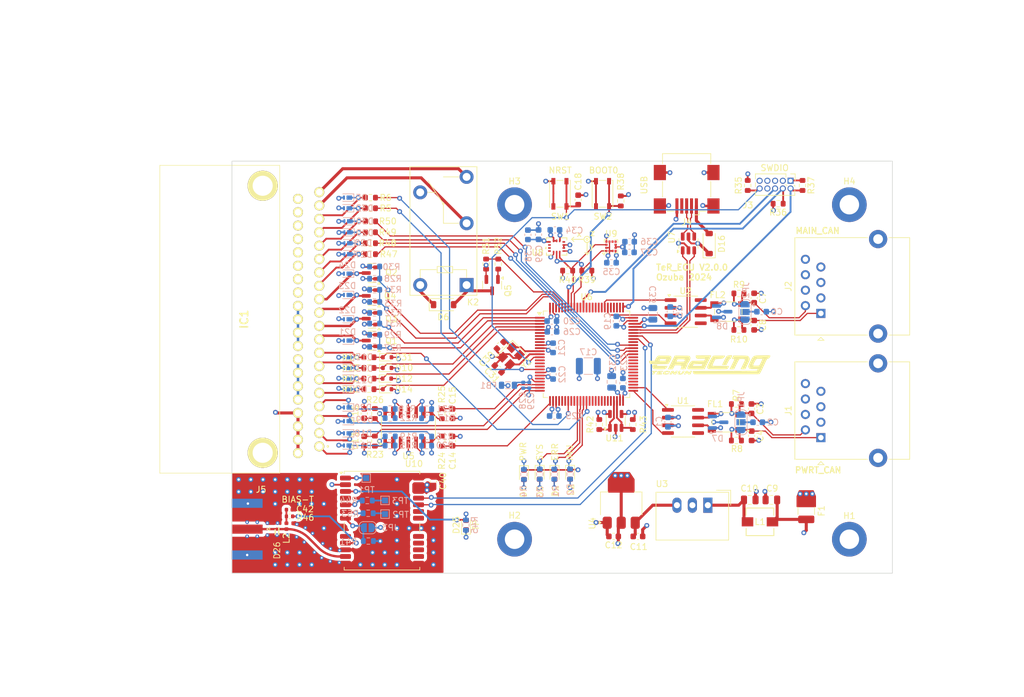
<source format=kicad_pcb>
(kicad_pcb (version 20240108) (generator "pcbnew") (generator_version "8.0")
  (title_block (title "TeR_ECU") (date "2024-11-27") (rev "V2.0.0") (company "Tecnun-eRacing") (comment 1 "Ozuba"))
  (layers (0 "F.Cu" signal) (1 "In1.Cu" signal "GND") (2 "In2.Cu" signal "PWR") (31 "B.Cu" signal) (34 "B.Paste" user) (35 "F.Paste" user) (36 "B.SilkS" user "B.Silkscreen") (37 "F.SilkS" user "F.Silkscreen") (38 "B.Mask" user) (39 "F.Mask" user) (44 "Edge.Cuts" user))
  (net 0 "")
  (net 1 "GND")
  (net 2 "+3.3V")
  (net 3 "Net-(JP1-C)")
  (net 4 "/CAN_MAIN/CAN+")
  (net 5 "/CAN_MAIN/CAN-")
  (net 6 "Net-(JP2-C)")
  (net 7 "/CAN_POWERTRAIN/CAN+")
  (net 8 "/CAN_POWERTRAIN/CAN-")
  (net 9 "+24V")
  (net 10 "Net-(U3-Vin)")
  (net 11 "+5V")
  (net 12 "/INPUTS/A0")
  (net 13 "/INPUTS/A1")
  (net 14 "/INPUTS/A2")
  (net 15 "/INPUTS/A3")
  (net 16 "/MICRO_F4/NRST")
  (net 17 "/MICRO_F4/LSE_IN")
  (net 18 "+3.3VADC")
  (net 19 "/MICRO_F4/HSE_IN")
  (net 20 "Net-(U6-VCAP_1)")
  (net 21 "Net-(U6-VCAP_2)")
  (net 22 "Net-(U9-C1)")
  (net 23 "Net-(C42-Pad1)")
  (net 24 "Net-(D1-A)")
  (net 25 "Net-(D2-A)")
  (net 26 "Net-(D3-A)")
  (net 27 "Net-(D4-A)")
  (net 28 "/LED2")
  (net 30 "Net-(U1-CANH)")
  (net 31 "Net-(U1-CANL)")
  (net 32 "Net-(U2-CANH)")
  (net 33 "Net-(U2-CANL)")
  (net 34 "/DIN0")
  (net 35 "/INPUTS/D0")
  (net 36 "/DIN1")
  (net 37 "/INPUTS/D1")
  (net 38 "/DIN2")
  (net 39 "/INPUTS/D2")
  (net 40 "/DIN3")
  (net 41 "/INPUTS/D3")
  (net 42 "/AIN0")
  (net 43 "/AIN1")
  (net 44 "/AIN2")
  (net 45 "/AIN3")
  (net 46 "/DOUT0")
  (net 47 "/DOUT1")
  (net 48 "/DOUT2")
  (net 49 "/DOUT3")
  (net 50 "Net-(D25-A)")
  (net 51 "Net-(D25-K)")
  (net 52 "/PWM3")
  (net 53 "/PWM1")
  (net 54 "/PWM2")
  (net 55 "/LED1")
  (net 56 "24_VIN")
  (net 57 "/SC_OUT")
  (net 58 "/SC_IN")
  (net 59 "/MICRO_F4/SWO")
  (net 62 "/MICRO_F4/SWCLK")
  (net 63 "/MICRO_F4/SWDIO")
  (net 64 "/USB/D+")
  (net 66 "/USB/D-")
  (net 67 "Net-(D26-K)")
  (net 68 "Net-(JP1-A)")
  (net 69 "Net-(JP1-B)")
  (net 70 "Net-(JP2-A)")
  (net 71 "Net-(JP2-B)")
  (net 73 "Net-(Q1-G)")
  (net 74 "Net-(Q2-G)")
  (net 75 "Net-(Q3-G)")
  (net 76 "Net-(Q4-G)")
  (net 77 "Net-(Q5-G)")
  (net 78 "/ERR_LED")
  (net 79 "/IMU_LED")
  (net 80 "/SYS_LED")
  (net 81 "/LEDS/LED1_SPI")
  (net 82 "/LEDS/LED2_SPI")
  (net 83 "Net-(U5A-+)")
  (net 84 "Net-(U5B-+)")
  (net 85 "Net-(U5C-+)")
  (net 86 "Net-(U5D-+)")
  (net 87 "Net-(U5A--)")
  (net 88 "Net-(U5B--)")
  (net 89 "Net-(U5C--)")
  (net 90 "Net-(U5D--)")
  (net 91 "/D_OUTPUTS/DO0")
  (net 92 "/D_OUTPUTS/DO3")
  (net 93 "/D_OUTPUTS/DO1")
  (net 94 "/D_OUTPUTS/DO2")
  (net 95 "/MICRO_F4/BOOT0")
  (net 96 "/MICRO_F4/SCL_1")
  (net 97 "/MICRO_F4/SDA_1")
  (net 98 "/MICRO_F4/LSE_OUT")
  (net 99 "/MICRO_F4/SCL_2")
  (net 100 "/MICRO_F4/SDA_2")
  (net 101 "/MICRO_F4/HSE_OUT")
  (net 102 "Net-(U10-VCC_RF)")
  (net 103 "/MICRO_F4/SC_EN")
  (net 104 "Net-(U10-~{SAFEBOOT})")
  (net 107 "/CAN_MAIN/CAN_TX")
  (net 108 "/CAN_MAIN/CAN_RX")
  (net 110 "/CAN_POWERTRAIN/CAN_TX")
  (net 111 "/CAN_POWERTRAIN/CAN_RX")
  (net 115 "/MICRO_F4/USB_D-")
  (net 129 "/MICRO_F4/T3_CH4")
  (net 139 "/GPS/TX")
  (net 141 "/MICRO_F4/VREF+")
  (net 143 "/MICRO_F4/USB_D+")
  (net 144 "/MICRO_F4/T3_CH3")
  (net 153 "/GPS/RX")
  (net 170 "Net-(D6-A)")
  (net 171 "/MICRO_F4/T3_CH1")
  (net 173 "/MICRO_F4/T3_CH2")
  (net 174 "/PWM0")
  (net 178 "Net-(U10-USB_DP)")
  (net 179 "Net-(U10-USB_DM)")
  (net 180 "Net-(JP3-A)")
  (net 181 "Net-(R44-Pad1)")
  (net 182 "Net-(R53-Pad2)")
  (net 183 "Net-(D16-A)")
  (footprint "CAN_CMF:FIL_ACT45B-510-2P-TL003" (layer "F.Cu") (at 173.375 101.435 180)
    (property "Reference" "FL1")
    (property "Value" "ACT45B-510-2P-TL003")
  )
  (footprint "Resistor_SMD:R_0603_1608Metric" (layer "F.Cu") (at 181.98 65.5 180)
    (property "Reference" "R36")
    (property "Value" "100k")
  )
  (footprint "IMU:LGA-14L_2P5X3X0P83_STM-L" (layer "F.Cu") (at 145.5889 72.53 180)
    (property "Reference" "U8")
    (property "Value" "ASM330LHH")
  )
  (footprint "Capacitor_SMD:C_0603_1608Metric" (layer "F.Cu") (at 154.95 120.2 180)
    (property "Reference" "C12")
    (property "Value" "10u")
  )
  (footprint "Capacitor_SMD:C_0603_1608Metric" (layer "F.Cu") (at 113.98 100 90)
    (property "Reference" "C16")
    (property "Value" "20n")
  )
  (footprint "MountingHole:MountingHole_3.2mm_M3_ISO7380_Pad_TopBottom" (layer "F.Cu") (at 138.68 120.661625)
    (property "Reference" "H2")
    (property "Value" "MountingHole_Pad")
  )
  (footprint "Capacitor_SMD:C_0603_1608Metric" (layer "F.Cu") (at 149.13 64.875 90)
    (property "Reference" "C18")
    (property "Value" "0,1uF")
  )
  (footprint "Resistor_SMD:R_0603_1608Metric" (layer "F.Cu") (at 126.73 104.525 -90)
    (property "Reference" "R24")
    (property "Value" "1K")
  )
  (footprint "footprints:eracingLogo" (layer "F.Cu") (at 170.75 92)
    (property "Reference" "G***" (hide yes))
    (property "Value" "LOGO" (hide yes))
  )
  (footprint "footprints:IND_TCK-141_TRP" (layer "F.Cu") (at 179 117.8)
    (property "Reference" "L1")
    (property "Value" "TCK-141")
  )
  (footprint "Crystal:Crystal_SMD_3225-4Pin_3.2x2.5mm" (layer "F.Cu") (at 138.1 90.55 -135)
    (property "Reference" "Y2")
    (property "Value" "ECS-250-20-33-CKM-TR")
  )
  (footprint "Resistor_SMD:R_0603_1608Metric" (layer "F.Cu") (at 150.55 76.5 180)
    (property "Reference" "R39")
    (property "Value" "10k")
  )
  (footprint "Package_TO_SOT_SMD:SOT-23" (layer "F.Cu") (at 115.25 84.4 180)
    (property "Reference" "Q3")
    (property "Value" "ZXMN3F30FH")
  )
  (footprint "Capacitor_SMD:C_0603_1608Metric" (layer "F.Cu") (at 158.95 120.2)
    (property "Reference" "C11")
    (property "Value" "10u")
  )
  (footprint "MX34040NF2:MX34040NF2" (layer "F.Cu") (at 94.25 84.5 -90)
    (property "Reference" "IC1")
    (property "Value" "MX34040NF2" (hide yes))
  )
  (footprint "Resistor_SMD:R_0603_1608Metric" (layer "F.Cu") (at 175.125 104.435)
    (property "Reference" "R8")
    (property "Value" "120R")
  )
  (footprint "Package_TO_SOT_SMD:SOT-23" (layer "F.Cu") (at 115.25 76.9 180)
    (property "Reference" "Q2")
    (property "Value" "ZXMN3F30FH")
  )
  (footprint "Resistor_SMD:R_0402_1005Metric" (layer "F.Cu") (at 101.71 116.9)
    (property "Reference" "R46")
    (property "Value" "10R")
  )
  (footprint "Resistor_SMD:R_0603_1608Metric" (layer "F.Cu") (at 175.5375 80.25 180)
    (property "Reference" "R9")
    (property "Value" "120R")
  )
  (footprint "GPS_D:SODFL1006X40N" (layer "F.Cu") (at 99.65 119.5 -90)
    (property "Reference" "D26")
    (property "Value" "ESD9101P2T5G" (hide yes))
  )
  (footprint "MountingHole:MountingHole_3.2mm_M3_ISO7380_Pad_TopBottom" (layer "F.Cu") (at 193.68 65.661625)
    (property "Reference" "H4")
    (property "Value" "MountingHole_Pad")
  )
  (footprint "Capacitor_SMD:C_0603_1608Metric" (layer "F.Cu") (at 113.98 104.525 -90)
    (property "Reference" "C13")
    (property "Value" "20n")
  )
  (footprint "Button_Switch_SMD:SW_SPST_PTS810" (layer "F.Cu") (at 153.13 63.875 90)
    (property "Reference" "SW2")
    (property "Value" "BOOT0")
  )
  (footprint "Capacitor_SMD:C_0805_2012Metric" (layer "F.Cu") (at 180.8675 114.1975 180)
    (property "Reference" "C9")
    (property "Value" "10 µF")
  )
  (footprint "Capacitor_SMD:C_0603_1608Metric" (layer "F.Cu") (at 178.0375 85.475 -90)
    (property "Reference" "C8")
    (property "Value" "10p")
  )
  (footprint "Converter_DCDC:Converter_DCDC_TRACO_TSR-1_THT" (layer "F.Cu") (at 170.4325 115.0675 180)
    (property "Reference" "U3")
    (property "Value" "TSR_1-2450")
  )
  (footprint "MountingHole:MountingHole_3.2mm_M3_ISO7380_Pad_TopBottom" (layer "F.Cu") (at 193.68 120.661625)
    (property "Reference" "H1")
    (property "Value" "MountingHole_Pad")
  )
  (footprint "Resistor_SMD:R_0603_1608Metric" (layer "F.Cu") (at 114.755 94.25)
    (property "Reference" "R12")
    (property "Value" "10k")
  )
  (footprint "Connector_PinHeader_1.27mm:PinHeader_2x05_P1.27mm_Vertical" (layer "F.Cu") (at 184.02 61.73 -90)
    (property "Reference" "J3")
    (property "Value" "DEBUG")
  )
  (footprint "LED_SMD:LED_0603_1608Metric" (layer "F.Cu") (at 130.71 118.3325 90)
    (property "Reference" "D25")
    (property "Value" "TPS")
  )
  (footprint "Resistor_SMD:R_0603_1608Metric" (layer "F.Cu") (at 185.98 62.5 -90)
    (property "Reference" "R37")
    (property "Value" "100k")
  )
  (footprint "Resistor_SMD:R_0603_1608Metric" (layer "F.Cu") (at 115.025 68.4)
    (property "Reference" "R50")
    (property "Value" "100R")
  )
  (footprint "Capacitor_SMD:C_0603_1608Metric" (layer "F.Cu") (at 128.48 104.525 90)
    (property "Reference" "C14")
    (property "Value" "20n")
  )
  (footprint "Resistor_SMD:R_0603_1608Metric" (layer "F.Cu") (at 114.755 90.75)
    (property "Reference" "R14")
    (property "Value" "10k")
  )
  (footprint "Relay_THT:Relay_SPDT_Omron-G5Q-1" (layer "F.Cu") (at 130.8 78.875 90)
    (property "Reference" "K2")
    (property "Value" "G5Q-1")
  )
  (footprint "Capacitor_SMD:C_0603_1608Metric" (layer "F.Cu") (at 135.97868 92.67132 135)
    (property "Reference" "C31")
    (property "Value" "30p")
  )
  (footprint "Connector_Coaxial:SMA_Amphenol_132289_EdgeMount" (layer "F.Cu") (at 94.75 119 180)
    (property "Reference" "J5")
    (property "Value" "GPS_ANT")
  )
  (footprint "Resistor_SMD:R_0603_1608Metric" (layer "F.Cu") (at 115 64.5)
    (property "Reference" "R6")
    (property "Value" "100R")
  )
  (footprint "Resistor_SMD:R_0603_1608Metric" (layer "F.Cu") (at 152.6 101.8 -90)
    (property "Reference" "R42")
    (property "Value" "10k")
  )
  (footprint "Capacitor_SMD:C_0603_1608Metric" (layer "F.Cu") (at 178.0375 81 -90)
    (property "Reference" "C7")
    (property "Value" "10p")
  )
  (footprint "Package_TO_SOT_SMD:SOT-23" (layer "F.Cu") (at 115.25 80.65 180)
    (property "Reference" "Q4")
    (property "Value" "ZXMN3F30FH")
  )
  (footprint "Resistor_SMD:R_0603_1608Metric" (layer "F.Cu") (at 115.73 104.525 90)
    (property "Reference" "R23")
    (property "Value" "1K")
  )
  (footprint "Capacitor_SMD:C_0603_1608Metric" (layer "F.Cu") (at 177.625 103.66 -90)
    (property "Reference" "C4")
    (property "Value" "10p")
  )
  (footprint "Capacitor_SMD:C_0603_1608Metric" (layer "F.Cu") (at 128.48 100.025 -90)
    (property "Reference" "C15")
    (property "Value" "20n")
  )
  (footprint "LED_SMD:LED_0603_1608Metric" (layer "F.Cu") (at 145.245 110.015 -90)
    (property "Reference" "D1")
    (property "Value" "ERR")
  )
  (footprint "Package_TO_SOT_SMD:SOT-23-6" (layer "F.Cu") (at 167.25 72.0375 90)
    (property "Reference" "U7")
    (property "Value" "USBLC6-2SC6")
  )
  (footprint "Capacitor_SMD:C_0402_1005Metric" (layer "F.Cu") (at 101.68 115.8)
    (property "Reference" "C42")
    (property "Value" "10n")
  )
  (footprint "Diode_SMD:D_SOD-523" (layer "F.Cu") (at 117.755 96)
    (property "Reference" "D14")
    (property "Value" "SZMM5Z3V3T1G")
  )
  (footprint "Resistor_SMD:R_0603_1608Metric" (layer "F.Cu") (at 126.73 100.025 90)
    (property "Reference" "R25")
    (property "Value" "1K")
  )
  (footprint "Resistor_SMD:R_0603_1608Metric" (layer "F.Cu") (at 115 73.8)
    (property "Reference" "R47")
    (property "Value" "100R")
  )
  (footprint "Package_SO:SOIC-14_3.9x8.7mm_P1.27mm" (layer "F.Cu") (at 121.23 102.275 90)
    (property "Reference" "U5")
    (property "Value" "LM324")
  )
  (footprint "RF_GPS:ublox_NEO" (layer "F.Cu") (at 116.9 117.6)
    (property "Reference" "U10")
    (property "Value" "NEO-M9N")
  )
  (footprint "Resistor_SMD:R_0603_1608Metric" (layer "F.Cu") (at 114.755 92.5)
    (property "Reference" "R13")
    (property "Value" "10k")
  )
  (footprint "Resistor_SMD:R_0603_1608Metric" (layer "F.Cu") (at 175.5375 86.25)
    (property "Reference" "R10")
    (property "Value" "120R")
  )
  (footprint "Resistor_SMD:R_0603_1608Metric" (layer "F.Cu") (at 115 66.25)
    (property "Reference" "R5")
    (property "Value" "100R")
  )
  (footprint "Resistor_SMD:R_0603_1608Metric" (layer "F.Cu") (at 158.1 101.8 -90)
    (property "Reference" "R43")
    (property "Value" "10k")
  )
  (footprint "Package_TO_SOT_SMD:SOT-23" (layer "F.Cu") (at 115.25 88 180)
    (property "Reference" "Q1")
    (property "Value" "ZXMN3F30FH")
  )
  (footprint "Diode_SMD:D_SOD-123" (layer "F.Cu") (at 127.0225 82.1)
    (property "Reference" "D6")
    (property "Value" "SS14")
  )
  (footprint "Package_TO_SOT_SMD:SOT-23" (layer "F.Cu") (at 135 78.8875 -90)
    (property "Reference" "Q5")
    (property "Value" "ZXMN3F30FH")
  )
  (footprint "Resistor_SMD:R_0603_1608Metric" (layer "F.Cu") (at 115.73 100 -90)
    (property "Reference" "R26")
    (property "Value" "1K")
  )
  (footprint "LED_SMD:LED_0603_1608Metric" (layer "F.Cu") (at 142.8 110 -90)
    (property "Reference" "D3")
    (property "Value" "SYS")
  )
  (footprint "Package_TO_SOT_SMD:SOT-223-3_TabPin2" (layer "F.Cu") (at 156.2 114.8 90)
    (property "Reference" "U4")
    (property "Value" "LM1117MP-3.3")
  )
  (footprint "Resistor_SMD:R_0603_1608Metric" (layer "F.Cu") (at 176.98 62.5 -90)
    (property "Reference" "R35")
    (property "Value" "100k")
  )
  (footprint "Package_QFP:LQFP-100_14x14mm_P0.5mm" (layer "F.Cu") (at 150.5 90.25)
    (property "Reference" "U6")
    (property "Value" "STM32F405VGTx")
  )
  (footprint "Package_TO_SOT_SMD:SOT-23-5" (layer "F.Cu") (at 155.3 101.2125 90)
    (property "Reference" "U11")
    (property "Value" "AT24CS02-STUM")
  )
  (footprint "Connector_RJ:RJ45_Ninigi_GE" (layer "F.Cu") (at 189 83.53 90)
    (property "Reference" "J2")
    (property "Value" "RJ45_Shielded")
  )
  (footprint "Diode_SMD:D_SOD-523" (layer "F.Cu") (at 117.705 94.25)
    (property "Reference" "D12")
    (property "Value" "SZMM5Z3V3T1G")
  )
  (footprint "Diode_SMD:D_SOD-123" (layer "F.Cu") (at 170.65 72.05 90)
    (property "Reference" "D16")
    (property "Value" "SS14")
  )
  (footprint "Capacitor_SMD:C_0603_1608Metric" (layer "F.Cu") (at 136.332233 88.782233 -135)
    (property "Reference" "C30")
    (property "Value" "30p")
  )
  (footprint "Resistor_SMD:R_0603_1608Metric" (layer "F.Cu") (at 147.4 76.5)
    (property "Reference" "R40")
    (property "Value" "10k")
  )
  (footprint "Connector_USB:USB_Mini-B_Wuerth_65100516121_Horizontal" (layer "F.Cu") (at 166.95 63.275 180)
    (property "Reference" "J4")
    (property "Value" "USB_B_Mini")
  )
  (footprint "Capacitor_SMD:C_0805_2012Metric" (layer "F.Cu") (at 177.3175 114.1975)
    (property "Reference" "C10")
    (property "Value" "10 µF")
  )
  (footprint "Inductor_SMD:L_0402_1005Metric" (layer "F.Cu") (at 101.2 118.515 -90)
    (property "Reference" "L2")
    (property "Value" "27nH")
  )
  (footprint "Resistor_SMD:R_0603_1608Metric" (layer "F.Cu") (at 115 70.2)
    (property "Reference" "R49")
    (property "Value" "100R")
  )
  (footprint "LED_SMD:LED_0603_1608Metric" (layer "F.Cu") (at 147.8 110 -90)
    (property "Reference" "D2")
    (property "Value" "IMU")
  )
  (footprint "Resistor_SMD:R_0603_1608Metric" (layer "F.Cu") (at 115 72)
    (property "Reference" "R48")
    (property "Value" "100R")
  )
  (footprint "Package_LGA:LGA-12_2x2mm_P0.5mm" (layer "F.Cu") (at 154.525 72.5 90)
    (property "Reference" "U9")
    (property "Value" "LIS3MDL")
  )
  (footprint "Package_SO:SOIC-8_3.9x4.9mm_P1.27mm" (layer "F.Cu") (at 166.7875 83.25)
    (property "Reference" "U2")
    (property "Value" "TCAN332")
  )
  (footprint "Package_SO:SOIC-8_3.9x4.9mm_P1.27mm" (layer "F.Cu") (at 166.35 101.3)
    (property "Reference" "U1")
    (property "Value" "TCAN332")
  )
  (footprint "LED_SMD:LED_0603_1608Metric" (layer "F.Cu") (at 140.22 110.055 -90)
    (property "Reference" "D4")
    (property "Value" "PWR")
  )
  (footprint "Resistor_SMD:R_0603_1608Metric" (layer "F.Cu") (at 136 75.425 -90)
    (property "Reference" "R52")
    (property "Value" "6R")
  )
  (footprint "Capacitor_SMD:C_0603_1608Metric" (layer "F.Cu") (at 177.6 99.2 -90)
    (property "Reference" "C3")
    (property "Value" "10p")
  )
  (footprint "Resistor_SMD:R_0603_1608Metric" (layer "F.Cu") (at 156.13 65.05 90)
    (property "Reference" "R38")
    (property "Value" "10k")
  )
  (footprint "Diode_SMD:D_SOD-523" (layer "F.Cu") (at 117.755 92.5)
    (property "Reference" "D10")
    (property "Value" "SZMM5Z3V3T1G")
  )
  (footprint "Resistor_SMD:R_0603_1608Metric" (layer "F.Cu") (at 175.125 98.435 180)
    (property "Reference" "R7")
    (property "Value" "120R")
  )
  (footprint "Resistor_SMD:R_0603_1608Metric" (layer "F.Cu") (at 114.755 96)
    (property "Reference" "R11")
    (property "Value" "10k")
  )
  (footprint "CAN_CMF:FIL_ACT45B-510-2P-TL003" (layer "F.Cu") (at 173.7875 83.25 180)
    (property "Reference" "FL2")
    (property "Value" "ACT45B-510-2P-TL003")
  )
  (footprint "Diode_SMD:D_SOD-523" (layer "F.Cu") (at 117.755 90.75)
    (property "Reference" "D31")
    (property "Value" "SZMM5Z3V3T1G")
  )
  (footprint "Button_Switch_SMD:SW_SPST_PTS810" (layer "F.Cu") (at 146.13 63.875 90)
    (property "Reference" "SW1")
    (property "Value" "RST")
  )
  (footprint "Fuse:Fuse_1210_3225Metric" (layer "F.Cu") (at 186.6 116 -90)
    (property "Reference" "F1")
    (property "Value" "500mA")
  )
  (footprint "MountingHole:MountingHole_3.2mm_M3_ISO7380_Pad_TopBottom" (layer "F.Cu") (at 138.68 65.661625)
    (property "Reference" "H3")
    (property "Value" "MountingHole_Pad")
  )
  (footprint "Resistor_SMD:R_0603_1608Metric" (layer "F.Cu") (at 134 75.425 90)
    (property "Reference" "R51")
    (property "Value" "10k")
  )
  (footprint "Connector_RJ:RJ45_Ninigi_GE" (layer "F.Cu") (at 189 103.96 90)
    (property "Reference" "J1")
    (property "Value" "RJ45_Shielded")
  )
  (footprint "Capacitor_SMD:C_0603_1608Metric" (layer "F.Cu") (at 125.32 111.195 90)
    (property "Reference" "C40")
    (property "Value" "10p")
  )
  (footprint "Resistor_SMD:R_0603_1608Metric" (layer "B.Cu") (at 118.23 105.25)
    (property "Reference" "R15")
    (property "Value" "0R")
  )
  (footprint "Resistor_SMD:R_0603_1608Metric" (layer "B.Cu") (at 118.25 99.25)
    (property "Reference" "R18")
    (property "Value" "0R")
  )
  (footprint "Resistor_SMD:R_0603_1608Metric" (layer "B.Cu") (at 115.69 89.05)
    (property "Reference" "R27")
    (property "Value" "6R")
  )
  (footprint "Resistor_SMD:R_0603_1608Metric" (layer "B.Cu") (at 114.66 120.96)
    (property "Reference" "R41")
    (property "Value" "100k")
  )
  (footprint "Diode_SMD:Nexperia_DSN1608-2_1.6x0.8mm" (layer "B.Cu") (at 111.252619 80.5 180)
    (property "Reference" "D23")
    (property "Value" "PTVS26VZ1USK")
  )
  (footprint "Capacitor_SMD:C_0402_1005Metric" (layer "B.Cu") (at 141.1 95.35 -90)
    (property "Reference" "C29")
    (property "Value" "10uF")
  )
  (footprint "Resistor_SMD:R_0603_1608Metric" (layer "B.Cu") (at 140.22 110.015 -90)
    (property "Reference" "R4")
    (property "Value" "120R")
  )
  (footprint "Capacitor_SMD:C_1210_3225Metric" (layer "B.Cu") (at 150.8 92.2 180)
    (property "Reference" "C17")
    (property "Value" "10uF")
  )
  (footprint "Capacitor_SMD:C_0603_1608Metric" (layer "B.Cu") (at 144.8 84.8)
    (property "Reference" "C20")
    (property "Value" "100nF")
  )
  (footprint "Jumper:SolderJumper-3_P1.3mm_Open_RoundedPad1.0x1.5mm" (layer "B.Cu") (at 176.5375 83.3 -90)
    (property "Reference" "JP2")
    (property "Value" "120R Term")
  )
  (footprint "Diode_SMD:Nexperia_DSN1608-2_1.6x0.8mm" (layer "B.Cu") (at 111.327619 73.8 180)
    (property "Reference" "D27")
    (property "Value" "PTVS26VZ1USK")
  )
  (footprint "Diode_SMD:Nexperia_DSN1608-2_1.6x0.8mm" (layer "B.Cu") (at 111.252619 92.5 180)
    (property "Reference" "D13")
    (property "Value" "PTVS26VZ1USK")
  )
  (footprint "Resistor_SMD:R_0603_1608Metric" (layer "B.Cu") (at 130.685 118.3325 90)
    (property "Reference" "R45")
    (property "Value" "100R")
  )
  (footprint "TestPoint:TestPoint_Pad_1.0x1.0mm" (layer "B.Cu") (at 117.4 116.53 180)
    (property "Reference" "TP2")
    (property "Value" "USB+")
  )
  (footprint "Resistor_SMD:R_0603_1608Metric" (layer "B.Cu") (at 115.69 81.65)
    (property "Reference" "R33")
    (property "Value" "6R")
  )
  (footprint "Resistor_SMD:R_0603_1608Metric" (layer "B.Cu") (at 118.25 103.75 180)
    (property "Reference" "R19")
    (property "Value" "10k")
  )
  (footprint "Diode_SMD:Nexperia_DSN1608-2_1.6x0.8mm" (layer "B.Cu") (at 111.327619 72 180)
    (property "Reference" "D28")
    (property "Value" "PTVS26VZ1USK")
  )
  (footprint "Resistor_SMD:R_0603_1608Metric" (layer "B.Cu") (at 142.825 109.96 -90)
    (property "Reference" "R3")
    (property "Value" "120R")
  )
  (footprint "Diode_SMD:Nexperia_DSN1608-2_1.6x0.8mm" (layer "B.Cu") (at 111.252619 64.5 180)
    (property "Reference" "D5")
    (property "Value" "PTVS7V5Z1USK")
  )
  (footprint "Diode_SMD:Nexperia_DSN1608-2_1.6x0.8mm" (layer "B.Cu") (at 111.252619 88 180)
    (property "Reference" "D21")
    (property "Value" "PTVS26VZ1USK")
  )
  (footprint "Resistor_SMD:R_0603_1608Metric" (layer "B.Cu") (at 115.69 75.825 180)
    (property "Reference" "R30")
    (property "Value" "1K")
  )
  (footprint "Capacitor_SMD:C_0603_1608Metric" (layer "B.Cu") (at 163.875 101.41 -90)
    (property "Reference" "C1")
    (property "Value" "100n")
  )
  (footprint "Resistor_SMD:R_0603_1608Metric" (layer "B.Cu") (at 124.23 105.275)
    (property "Reference" "R20")
    (property "Value" "10k")
  )
  (footprint "Resistor_SMD:R_0603_1608Metric" (layer "B.Cu") (at 118.23 100.75 180)
    (property "Reference" "R22")
    (property "Value" "10k")
  )
  (footprint "Resistor_SMD:R_0603_1608Metric" (layer "B.Cu") (at 147.8 109.96 -90)
    (property "Reference" "R2")
    (property "Value" "120R")
  )
  (footprint "Inductor_SMD:L_0805_2012Metric" (layer "B.Cu") (at 137.6 95.35 180)
    (property "Reference" "FB1")
    (property "Value" "120R")
  )
  (footprint "Diode_SMD:Nexperia_DSN1608-2_1.6x0.8mm" (layer "B.Cu") (at 111.327619 70.2 180)
    (property "Reference" "D29")
    (property "Value" "PTVS26VZ1USK")
  )
  (footprint "Capacitor_SMD:C_0603_1608Metric" (layer "B.Cu") (at 142.62 70.59 -90)
    (property "Reference" "C39")
    (property "Value" "10u")
  )
  (footprint "Capacitor_SMD:C_0603_1608Metric" (layer "B.Cu") (at 157.575 71.75 180)
    (property "Reference" "C36")
    (property "Value" "1u")
  )
  (footprint "TestPoint:TestPoint_Pad_1.0x1.0mm" (layer "B.Cu") (at 117.4 114.28)
    (property "Reference" "TP3")
    (property "Value" "USB-")
  )
  (footprint "Capacitor_SMD:C_0805_2012Metric" (layer "B.Cu") (at 154.63 94.78 90)
    (property "Reference" "C32")
    (property "Value" "2.2uF")
  )
  (footprint "Capacitor_SMD:C_0603_1608Metric" (layer "B.Cu") (at 154.6 75.2 180)
    (property "Reference" "C35")
    (property "Value" "100n")
  )
  (footprint "Diode_SMD:Nexperia_DSN1608-2_1.6x0.8mm" (layer "B.Cu") (at 111.252619 103.25 180)
    (property "Reference" "D18")
    (property "Value" "PTVS26VZ1USK")
  )
  (footprint "Jumper:SolderJumper-2_P1.3mm_Open_RoundedPad1.0x1.5mm" (layer "B.Cu") (at 114.55 118.77)
    (property "Reference" "JP3")
    (property "Value" "EN_USB")
  )
  (footprint "Resistor_SMD:R_0603_1608Metric" (layer "B.Cu") (at 115.69 87.05 180)
    (property "Reference" "R29")
    (property "Value" "1K")
  )
  (footprint "Resistor_SMD:R_0603_1608Metric" (layer "B.Cu") (at 115.69 77.825)
    (property "Reference" "R28")
    (property "Value" "6R")
  )
  (footprint "Diode_SMD:Nexperia_DSN1608-2_1.6x0.8mm" (layer "B.Cu") (at 111.252619 96 180)
    (property "Reference" "D9")
    (property "Value" "PTVS26VZ1USK")
  )
  (footprint "TestPoint:TestPoint_Pad_1.0x1.0mm" (layer "B.Cu") (at 114.3 110.6)
    (property "Reference" "TP1")
    (property "Value" "GPS_SFBOOT")
  )
  (footprint "Resistor_SMD:R_0603_1608Metric" (layer "B.Cu") (at 115.69 79.65 180)
    (property "Reference" "R34")
    (property "Value" "1K")
  )
  (footprint "Capacitor_SMD:C_0402_1005Metric" (layer "B.Cu") (at 140.1 95.35 -90)
    (property "Reference" "C28")
    (property "Value" "100nF")
  )
  (footprint "Resistor_SMD:R_0603_1608Metric" (layer "B.Cu") (at 115.69 83.45 180)
    (property "Reference" "R32")
    (property "Value" "1K")
  )
  (footprint "Capacitor_SMD:C_0603_1608Metric" (layer "B.Cu") (at 179.2625 83.25)
    (property "Reference" "C6")
    (property "Value" "4.7nF")
  )
  (footprint "Diode_SMD:Nexperia_DSN1608-2_1.6x0.8mm" (layer "B.Cu") (at 111.252619 101.25 180)
    (property "Reference" "D19")
    (property "Value" "PTVS26VZ1USK")
  )
  (footprint "Diode_SMD:Nexperia_DSN1608-2_1.6x0.8mm" (layer "B.Cu") (at 111.252619 66.25 180)
    (property "Reference" "D32")
    (property "Value" "PTVS7V5Z1USK")
  )
  (footprint "Capacitor_SMD:C_0603_1608Metric" (layer "B.Cu") (at 155.4 84.8 -90)
    (property "Reference" "C19")
    (property "Value" "100nF")
  )
  (footprint "Resistor_SMD:R_0603_1608Metric" (layer "B.Cu") (at 145.2 109.975 -90)
    (property "Reference" "R1")
    (property "Value" "120R")
  )
  (footprint "Diode_SMD:Nexperia_DSN1608-2_1.6x0.8mm" (layer "B.Cu") (at 111.252619 84.5 180)
    (property "Reference" "D22")
    (property "Value" "PTVS26VZ1USK")
  )
  (footprint "Resistor_SMD:R_0603_1608Metric" (layer "B.Cu") (at 124.23 99.275)
    (property "Reference" "R21")
    (property "Value" "10k")
  )
  (footprint "Capacitor_SMD:C_0603_1608Metric" (layer "B.Cu") (at 144.825 86.55)
    (property "Reference" "C26")
    (property "Value" "100nF")
  )
  (footprint "Diode_SMD:Nexperia_DSN1608-2_1.6x0.8mm" (layer "B.Cu") (at 111.252619 90.75 180)
    (property "Reference" "D15")
    (property "Value" "PTVS26VZ1USK")
  )
  (footprint "Diode_SMD:Nexperia_DSN1608-2_1.6x0.8mm" (layer "B.Cu") (at 111.252619 77 180)
    (property "Reference" "D24")
    (property "Value" "PTVS26VZ1USK")
  )
  (footprint "Package_TO_SOT_SMD:SOT-23" (layer "B.Cu") (at 172.125 101.435)
    (property "Reference" "D7")
    (property "Value" "NUP2105L")
  )
  (footprint "Capacitor_SMD:C_0603_1608Metric" (layer "B.Cu") (at 178.625 101.435)
    (property "Reference" "C2")
    (property "Value" "4.7nF")
  )
  (footprint "Jumper:SolderJumper-3_P1.3mm_Open_RoundedPad1.0x1.5mm" (layer "B.Cu") (at 175.875 101.435 -90)
    (property "Reference" "JP1")
    (property "Value" "120R Term")
  )
  (footprint "Resistor_SMD:R_0603_1608Metric" (layer "B.Cu") (at 114.63 116.39)
    (property "Reference" "R53")
    (property "Value" "27R")
  )
  (footprint "Resistor_SMD:R_0603_1608Metric" (layer "B.Cu") (at 124.23 100.775 180)
    (property "Reference" "R17")
    (property "Value" "0R")
  )
  (footprint "Resistor_SMD:R_0603_1608Metric" (layer "B.Cu") (at 115.69 85.2)
    (property "Reference" "R31")
    (property "Value" "6R")
  )
  (footprint "Capacitor_SMD:C_0603_1608Metric" (layer "B.Cu") (at 145.31 69.81 180)
    (property "Reference" "C34")
    (property "Value" "100n")
  )
  (footprint "Capacitor_SMD:C_0603_1608Metric" (layer "B.Cu") (at 145 93.55 -90)
    (property "Reference" "C22")
    (property "Value" "100nF")
  )
  (footprint "Package_TO_SOT_SMD:SOT-23" (layer "B.Cu") (at 172.7875 83.25)
    (property "Reference" "D8")
    (property "Value" "NUP2105L")
  )
  (footprint "Capacitor_SMD:C_0805_2012Metric" (layer "B.Cu") (at 161.4 83.6 90)
    (property "Reference" "C33")
    (property "Value" "2.2uF")
  )
  (footprint "Diode_SMD:Nexperia_DSN1608-2_1.6x0.8mm" (layer "B.Cu") (at 111.252619 105.25 180)
    (property "Reference" "D17")
    (property "Value" "PTVS26VZ1USK")
  )
  (footprint "Resistor_SMD:R_0603_1608Metric" (layer "B.Cu") (at 124.23 103.775 180)
    (property "Reference" "R16")
    (property "Value" "0R")
  )
  (footprint "Capacitor_SMD:C_0603_1608Metric" (layer "B.Cu") (at 140.87 70.615 90)
    (property "Reference" "C38")
    (property "Value" "100n")
  )
  (footprint "Capacitor_SMD:C_0603_1608Metric" (layer "B.Cu") (at 157.55 73.5 180)
    (property "Reference" "C37")
    (property "Value" "100n")
  )
  (footprint "Capacitor_SMD:C_0603_1608Metric" (layer "B.Cu") (at 145.2 100.4 180)
    (property "Reference" "C25")
    (property "Value" "100nF")
  )
  (footprint "Capacitor_SMD:C_0603_1608Metric" (layer "B.Cu") (at 156.48 95 90)
    (property "Reference" "C23")
    (property "Value" "100nF")
  )
  (footprint "Diode_SMD:Nexperia_DSN1608-2_1.6x0.8mm" (layer "B.Cu") (at 111.252619 94.25 180)
    (property "Reference" "D11")
    (property "Value" "PTVS26VZ1USK")
  )
  (footprint "Diode_SMD:Nexperia_DSN1608-2_1.6x0.8mm" (layer "B.Cu") (at 111.327619 68.39 180)
    (property "Reference" "D30")
    (property "Value" "PTVS26VZ1USK")
  )
  (footprint "Resistor_SMD:R_0603_1608Metric" (layer "B.Cu") (at 114.48 114.3 180)
    (property "Reference" "R44")
    (property "Value" "27R")
  )
  (footprint "Capacitor_SMD:C_0603_1608Metric" (layer "B.Cu") (at 145 89.2 90)
    (property "Reference" "C21")
    (property "Value" "100nF")
  )
  (footprint "Capacitor_SMD:C_0603_1608Metric" (layer "B.Cu") (at 164.2625 83.25 -90)
    (property "Reference" "C5")
    (property "Value" "100n")
  )
  (footprint "Diode_SMD:Nexperia_DSN1608-2_1.6x0.8mm" (layer "B.Cu") (at 111.252619 99 180)
    (property "Reference" "D20")
    (property "Value" "PTVS26VZ1USK")
  )
  (gr_line (start 148.06 71.36) (end 148.413553 71.006447) (stroke (width 0.15)) (layer "F.SilkS"))
  (gr_circle (center 150.58 71.37) (end 151.08 71.37) (stroke (width 0.15)) (fill none) (layer "F.SilkS"))
  (gr_line (start 150.6 73.88) (end 150.246447 73.526447) (stroke (width 0.15)) (layer "F.SilkS"))
  (gr_line (start 150.956777 73.523224) (end 150.603224 73.876777) (stroke (width 0.15)) (layer "F.SilkS"))
  (gr_line (start 148.416776 71.716777) (end 148.063223 71.363224) (stroke (width 0.15)) (layer "F.SilkS"))
  (gr_circle (center 150.58 71.37) (end 150.73 71.37) (stroke (width 0.15)) (fill solid) (layer "F.SilkS"))
  (gr_line (start 150.6 73.88) (end 150.6 71.88) (stroke (width 0.15)) (layer "F.SilkS"))
  (gr_line (start 148.06 71.36) (end 150.06 71.36) (stroke (width 0.15)) (layer "F.SilkS"))
  (gr_rect (start 92.25 58.5) (end 200.75 126.25) (stroke (width 0.1)) (fill none) (layer "Edge.Cuts"))
  (gr_text "TP" (at 132.91 119.32 90) (layer "F.SilkS") (effects (font (size 1 1)) (justify left bottom)))
  (gr_text "PWRT_CAN" (at 184.63 109.88 0) (layer "F.SilkS") (effects (font (size 1 1) (thickness 0.2) (bold yes)) (justify left bottom)))
  (gr_text "BOOT0" (at 150.8 60.6 0) (layer "F.SilkS") (effects (font (size 1 1)) (justify left bottom)))
  (gr_text "ERR" (at 145.9 107.875 90) (layer "F.SilkS") (effects (font (size 1 1)) (justify left bottom)))
  (gr_text "IMU" (at 148.35 107.86 90) (layer "F.SilkS") (effects (font (size 1 1)) (justify left bottom)))
  (gr_text "SYS" (at 143.4 107.86 90) (layer "F.SilkS") (effects (font (size 1 1)) (justify left bottom)))
  (gr_text "MAIN_CAN" (at 184.74 70.53 0) (layer "F.SilkS") (effects (font (size 1 1) (thickness 0.2) (bold yes)) (justify left bottom)))
  (gr_text "SWDIO" (at 179 60.2 0) (layer "F.SilkS") (effects (font (size 1 1)) (justify left bottom)))
  (gr_text "PWR" (at 140.67 107.915 90) (layer "F.SilkS") (effects (font (size 1 1)) (justify left bottom)))
  (gr_text "y" (at 150.88 73.01 0) (layer "F.SilkS") (effects (font (size 1 1)) (justify left bottom)))
  (gr_text "USB" (at 160.55 64.04 90) (layer "F.SilkS") (effects (font (size 1 1)) (justify left bottom)))
  (gr_text "BIAS-T" (at 100.31 114.71 0) (layer "F.SilkS") (effects (font (size 1 1)) (justify left bottom)))
  (gr_text "z" (at 150.97 70.89 0) (layer "F.SilkS") (effects (font (size 1 1)) (justify left bottom)))
  (gr_text "NRST" (at 144.2 60.6 0) (layer "F.SilkS") (effects (font (size 1 1)) (justify left bottom)))
  (gr_text "TeR_ECU V2.0.0\nOzuba 2024" (at 161.82 78.17 0) (layer "F.SilkS") (effects (font (size 1 1) (thickness 0.2) (bold yes)) (justify left bottom)))
  (gr_text "x" (at 148.79 71.04 0) (layer "F.SilkS") (effects (font (size 1 1)) (justify left bottom)))
  (segment (start 114 79.5) (end 114.2 79.7) (width 0.2) (layer "F.Cu") (net 1))
  (segment (start 137.216117 90.231802) (end 136.721142 90.726777) (width 0.3) (layer "F.Cu") (net 1))
  (segment (start 128.48 103.75) (end 129.75 103.75) (width 0.2) (layer "F.Cu") (net 1))
  (segment (start 145.657755 83.99423) (end 145.338525 83.675) (width 0.2) (layer "F.Cu") (net 1))
  (segment (start 138.468198 90.868198) (end 137.831802 90.231802) (width 0.3) (layer "F.Cu") (net 1))
  (segment (start 145 99.102991) (end 144.824045 99.278946) (width 0.2) (layer "F.Cu") (net 1))
  (segment (start 138.983883 90.868198) (end 138.468198 90.868198) (width 0.3) (layer "F.Cu") (net 1))
  (segment (start 162.55 60.375) (end 164.175 60.375) (width 0.4) (layer "F.Cu") (net 1))
  (segment (start 119.25 94.25) (end 118.405 94.25) (width 0.2) (layer "F.Cu") (net 1))
  (segment (start 128.48 100.8) (end 129.7 100.8) (width 0.2) (layer "F.Cu") (net 1))
  (segment (start 156.13 64.225) (end 157.175 64.225) (width 0.3) (layer "F.Cu") (net 1))
  (segment (start 159.725 120.2) (end 159.725 119.075) (width 0.5) (layer "F.Cu") (net 1))
  (segment (start 114.2 79.7) (end 116.1875 79.7) (width 0.2) (layer "F.Cu") (net 1))
  (segment (start 145 97.925) (end 145 99.102991) (width 0.2) (layer "F.Cu") (net 1))
  (segment (start 154.35 100.075) (end 153.675 100.075) (width 0.3) (layer "F.Cu") (net 1))
  (segment (start 157.188611 84.75) (end 158.175 84.75) (width 0.2) (layer "F.Cu") (net 1))
  (segment (start 145.088901 71.6029) (end 145.088901 71.118901) (width 0.25) (layer "F.Cu") (net 1))
  (segment (start 134 77.9) (end 134.05 77.95) (width 0.2) (layer "F.Cu") (net 1))
  (segment (start 135.430672 92.123312) (end 135.430672 92.017247) (width 0.3) (layer "F.Cu") (net 1))
  (segment (start 171.35 65.875) (end 169.675 65.875) (width 0.4) (layer "F.Cu") (net 1))
  (segment (start 119.4 92.8) (end 119.1 92.5) (width 0.2) (layer "F.Cu") (net 1))
  (segment (start 154.775 73.2625) (end 154.275 73.2625) (width 0.2) (layer "F.Cu") (net 1))
  (segment (start 113.98 105.3) (end 113.98 106.48) (width 0.2) (layer "F.Cu") (net 1))
  (segment (start 143.873352 88.75) (end 144.220895 88.402457) (width 0.2) (layer "F.Cu") (net 1))
  (segment (start 166.498762 72) (end 167.25 72.751238) (width 0.3) (layer "F.Cu") (net 1))
  (segment (start 139.478858 90.373223) (end 138.983883 90.868198) (width 0.3) (layer "F.Cu") (net 1))
  (segment (start 157.175 64.225) (end 157.4 64) (width 0.3) (layer "F.Cu") (net 1))
  (segment (start 113.98 99.225) (end 113.98 98.02) (width 0.2) (layer "F.Cu") (net 1))
  (segment (start 145.088901 71.118901) (end 144.62 70.65) (width 0.25) (layer "F.Cu") (net 1))
  (segment (start 116.1875 87.05) (end 114.3 87.05) (width 0.2) (layer "F.Cu") (net 1))
  (segment (start 159.725 119.075) (end 160.4 118.4) (width 0.5) (layer "F.Cu") (net 1))
  (segment (start 169.675 65.875) (end 169.6 65.8) (width 0.4) (layer "F.Cu") (net 1))
  (segment (start 156.614488 85.8) (end 156.614488 85.324123) (width 0.2) (layer "F.Cu") (net 1))
  (segment (start 142.825 88.75) (end 143.873352 88.75) (width 0.2) (layer "F.Cu") (net 1))
  (segment (start 135.430672 92.017247) (end 136.721142 90.726777) (width 0.3) (layer "F.Cu") (net 1))
  (segment (start 147.730001 73.280001) (end 147.78 73.33) (width 0.2) (layer "F.Cu") (net 1))
  (segment (start 152.06 117.91) (end 153.86 117.91) (width 0.5) (layer "F.Cu") (net 1))
  (segment (start 119.35 90.75) (end 118.455 90.75) (width 0.2) (layer "F.Cu") (net 1))
  (segment (start 163.875 100.665) (end 165.535 100.665) (width 0.3) (layer "F.Cu") (net 1))
  (segment (start 181.155 66.555) (end 181.2 66.6) (width 0.3) (layer "F.Cu") (net 1))
  (segment (start 154.275 72.625) (end 154.275 71.7375) (width 0.2) (layer "F.Cu") (net 1))
  (segment (start 119 96) (end 119.4 96.4) (width 0.2) (layer "F.Cu") (net 1))
  (segment (start 116.1875 83.45) (end 114.2 83.45) (width 0.2) (layer "F.Cu") (net 1))
  (segment (start 179.9175 112.9175) (end 179.8 112.8) (width 0.5) (layer "F.Cu") (net 1))
  (segment (start 165.535 100.665) (end 165.6 100.6) (width 0.3) (layer "F.Cu") (net 1))
  (segment (start 154.275 72.625) (end 154.275 73.2625) (width 0.2) (layer "F.Cu") (net 1))
  (segment (start 145.26759 83.675) (end 145 83.40741) (width 0.2) (layer "F.Cu") (net 1))
  (segment (start 153.86 117.91) (end 153.9 117.95) (width 0.5) (layer "F.Cu") (net 1))
  (segment (start 181.155 65.5) (end 181.155 66.555) (width 0.3) (layer "F.Cu") (net 1))
  (segment (start 135.784225 89.78986) (end 136.721142 90.726777) (width 0.3) (layer "F.Cu") (net 1))
  (segment (start 165.35 67.9) (end 165.2 68.05) (width 0.4) (layer "F.Cu") (net 1))
  (segment (start 121.23 99.8) (end 121.23 98.02) (width 0.2) (layer "F.Cu") (net 1))
  (segment (start 164.175 60.375) (end 164.2 60.4) (width 0.4) (layer "F.Cu") (net 1))
  (segment (start 149.13 64.1) (end 150.3 64.1) (width 0.3) (layer "F.Cu") (net 1))
  (segment (start 150.3 64.1) (end 150.4 64) (width 0.3) (layer "F.Cu") (net 1))
  (segment (start 119.1 92.5) (end 118.455 92.5) (width 0.2) (layer "F.Cu") (net 1))
  (segment (start 119.6 94.6) (end 119.25 94.25) (width 0.2) (layer "F.Cu") (net 1))
  (segment (start 142.825 93.75) (end 143.984595 93.75) (width 0.2) (layer "F.Cu") (net 1))
  (segment (start 134 76.25) (end 134 77.9) (width 0.2) (layer "F.Cu") (net 1))
  (segment (start 177.875 98.385) (end 179.185 98.385) (width 0.3) (layer "F.Cu") (net 1))
  (segment (start 113.75 75.75) (end 113.95 75.95) (width 0.2) (layer "F.Cu") (net 1))
  (segment (start 162.55 65.875) (end 163.925 65.875) (width 0.4) (layer "F.Cu") (net 1))
  (segment (start 179.9175 114.1975) (end 179.9175 112.9175) (width 0.5) (layer "F.Cu") (net 1))
  (segment (start 165.35 65.875) (end 165.35 67.9) (width 0.4) (layer "F.Cu") (net 1))
  (segment (start 155.3 103.7) (end 155.2 103.8) (width 0.3) (layer "F.Cu") (net 1))
  (segment (start 136.721142 90.726777) (end 135.126777 90.726777) (width 0.2) (layer "F.Cu") (net 1))
  (segment (start 113.98 98.02) (end 114 98) (width 0.2) (layer "F.Cu") (net 1))
  (segment (start 179.175 80.225) (end 179.2 80.2) (width 0.2) (layer "F.Cu") (net 1))
  (segment (start 153.9 119.925) (end 154.175 120.2) (width 0.5) (layer "F.Cu") (net 1))
  (segment (start 154.275 73.2625) (end 154.275 73.801603) (width 0.2) (layer "F.Cu") (net 1))
  (segment (start 178.2675 112.9325) (end 178.4 112.8) (width 0.5) (layer "F.Cu") (net 1))
  (segment (start 145.055 61.8) (end 143.8 61.8) (width 0.3) (layer "F.Cu") (net 1))
  (segment (start 143.984595 93.75) (end 144.189489 93.954894) (width 0.2) (layer "F.Cu") (net 1))
  (segment (start 118.455 96) (end 119 96) (width 0.2) (layer "F.Cu") (net 1))
  (segment (start 145.055 65.95) (end 145.055 63.8) (width 0.3) (layer "F.Cu") (net 1))
  (segment (start 113.98 106.48) (end 114 106.5) (width 0.2) (layer "F.Cu") (net 1))
  (segment (start 154.275 73.801603) (end 154.032269 74.044334) (width 0.2) (layer "F.Cu") (net 1))
  (segment (start 169.825 60.375) (end 169.8 60.4) (width 0.4) (layer "F.Cu") (net 1))
  (segment (start 155.3 102.35) (end 155.3 103.7) (width 0.3) (layer "F.Cu") (net 1))
  (segment (start 153.9 117.95) (end 153.9 119.925) (width 0.5) (layer "F.Cu") (net 1))
  (segment (start 165.785 82.615) (end 165.8 82.6) (width 0.3) (layer "F.Cu") (net 1))
  (segment (start 178.0375 86.25) (end 179.15 86.25) (width 0.2) (layer "F.Cu") (net 1))
  (segment (start 147.745 109.2675) (end 147.8 109.2125) (width 0.25) (layer "F.Cu") (net 1))
  (segment (start 164.3125 82.615) (end 165.785 82.615) (width 0.3) (layer "F.Cu") (net 1))
  (segment (start 154.15 72.75) (end 154.275 72.625) (width 0.2) (layer "F.Cu") (net 1))
  (segment (start 145.338525 83.675) (end 145.26759 83.675) (width 0.2) (layer "F.Cu") (net 1))
  (segment (start 121.23 98.02) (end 121.25 98) (width 0.2) (layer "F.Cu") (net 1))
  (segment (start 129.7 100.8) (end 129.75 100.75) (width 0.2) (layer "F.Cu") (net 1))
  (segment (start 145 83.40741) (end 145 82.575) (width 0.2) (layer "F.Cu") (net 1))
  (segment (start 147.8 109.2125) (end 149.0625 109.2125) (width 0.25) (layer "F.Cu") (net 1))
  (segment (start 153.7625 72.75) (end 154.15 72.75) (width 0.2) (layer "F.Cu") (net 1))
  (segment (start 135.126777 90.726777) (end 135 90.6) (width 0.2) (layer "F.Cu") (net 1))
  (segment (start 178.2675 114.1975) (end 178.2675 112.9325) (width 0.5) (layer "F.Cu") (net 1))
  (segment (start 167.25 72.751238) (end 167.25 73.175) (width 0.3) (layer "F.Cu") (net 1))
  (segment (start 114.2 83.45) (end 114 83.25) (width 0.2) (layer "F.Cu") (net 1))
  (segment (start 163.925 65.875) (end 164 65.8) (width 0.4) (layer "F.Cu") (net 1))
  (segment (start 165.6 72) (end 166.498762 72) (width 0.3) (layer "F.Cu") (net 1))
  (segment (start 149.0625 109.2125) (end 149.1 109.25) (width 0.25) (layer "F.Cu") (net 1))
  (segment (start 119.6 91) (end 119.35 90.75) (width 0.2) (layer "F.Cu") (net 1))
  (segment (start 178.0375 80.225) (end 179.175 80.225) (width 0.2) (layer "F.Cu") (net 1))
  (segment (start 135.784225 89.330241) (end 135.784225 89.78986) (width 0.3) (layer "F.Cu") (net 1))
  (segment (start 153.675 100.075) (end 153.4 99.8) (width 0.3) (layer "F.Cu") (net 1))
  (segment (start 178.765 104.435) (end 178.8 104.4) (width 0.3) (layer "F.Cu") (net 1))
  (segment (start 134 76.25) (end 134 75.6) (width 0.2) (layer "F.Cu") (net 1))
  (segment (start 177.625 104.435) (end 178.765 104.435) (width 0.3) (layer "F.Cu") (net 1))
  (segment (start 171.35 60.375) (end 169.825 60.375) (width 0.4) (layer "F.Cu") (net 1))
  (segment (start 113.95 75.95) (end 116.1875 75.95) (width 0.2) (layer "F.Cu") (net 1))
  (segment (start 179.185 98.385) (end 179.2 98.4) (width 0.3) (layer "F.Cu") (net 1))
  (segment (start 145.055 63.8) (end 145.055 61.8) (width 0.3) (layer "F.Cu") (net 1))
  (segment (start 146.77 73.280001) (end 147.730001 73.280001) (width 0.2) (layer "F.Cu") (net 1))
  (segment (start 145.5889 71.6029) (end 145.088901 71.6029) (width 0.25) (layer "F.Cu") (net 1))
  (segment (start 179.15 86.25) (end 179.2 86.2) (width 0.2) (layer "F.Cu") (net 1))
  (segment (start 137.831802 90.231802) (end 137.216117 90.231802) (width 0.3) (layer "F.Cu") (net 1))
  (segment (start 156.614488 85.324123) (end 157.188611 84.75) (width 0.2) (layer "F.Cu") (net 1))
  (segment (start 114.3 87.05) (end 114 86.75) (width 0.2) (layer "F.Cu") (net 1))
  (segment (start 147.745 109.1175) (end 147.8 109.0625) (width 0.3) (layer "F.Cu") (net 1))
  (segment (start 140.22 109.2675) (end 147.745 109.2675) (width 0.25) (layer "F.Cu") (net 1))
  (via (at 94.7475 117.85) (size 0.6) (drill 0.26) (layers "F.Cu" "B.Cu") (net 1))
  (via (at 99.35 122.85) (size 0.8) (drill 0.4) (layers "F.Cu" "B.Cu") (net 1))
  (via (at 94.87 114.8) (size 0.8) (drill 0.4) (layers "F.Cu" "B.Cu") (net 1))
  (via (at 181.2 66.6) (size 0.8) (drill 0.4) (layers "F.Cu" "B.Cu") (net 1))
  (via (at 105.35 124.85) (size 0.8) (drill 0.4) (layers "F.Cu" "B.Cu") (net 1))
  (via (at 113.75 75.75) (size 0.8) (drill 0.4) (layers "F.Cu" "B.Cu") (net 1))
  (via (at 94.75 123.25) (size 0.8) (drill 0.4) (layers "F.Cu" "B.Cu") (net 1))
  (via (at 164 65.8) (size 0.8) (drill 0.4) (layers "F.Cu" "B.Cu") (net 1))
  (via (at 105.35 110.85) (size 0.8) (drill 0.4) (layers "F.Cu" "B.Cu") (net 1))
  (via (at 178.8 104.4) (size 0.8) (drill 0.4) (layers "F.Cu" "B.Cu") (net 1))
  (via (at 113.35 124.85) (size 0.8) (drill 0.4) (layers "F.Cu" "B.Cu") (net 1))
  (via (at 94.7475 120.19) (size 0.6) (drill 0.26) (layers "F.Cu" "B.Cu") (net 1))
  (via (at 104.124674 121.138462) (size 0.6) (drill 0.26) (layers "F.Cu" "B.Cu") (net 1))
  (via (at 107.175325 121.361537) (size 0.6) (drill 0.26) (layers "F.Cu" "B.Cu") (net 1))
  (via (at 149.3 94.25) (size 0.8) (drill 0.4) (layers "F.Cu" "B.Cu") (net 1))
  (via (at 109.8 94.2) (size 0.8) (drill 0.4) (layers "F.Cu" "B.Cu") (net 1))
  (via (at 109.8 105.2) (size 0.8) (drill 0.4) (layers "F.Cu" "B.Cu") (net 1))
  (via (at 165.8 82.6) (size 0.8) (drill 0.4) (layers "F.Cu" "B.Cu") (net 1))
  (via (at 104.306469 118.77792) (size 0.6) (drill 0.26) (layers "F.Cu" "B.Cu") (net 1))
  (via (at 93.35 110.85) (size 0.8) (drill 0.4) (layers "F.Cu" "B.Cu") (net 1))
  (via (at 181.2 83.2) (size 0.8) (drill 0.4) (layers "F.Cu" "B.Cu") (net 1))
  (via (at 144.824045 99.278946) (size 0.8) (drill 0.4) (layers "F.Cu" "B.Cu") (net 1))
  (via (at 109.8 90.75) (size 0.8) (drill 0.4) (layers "F.Cu" "B.Cu") (net 1))
  (via (at 109.8 99) (size 0.8) (drill 0.4) (layers "F.Cu" "B.Cu") (net 1))
  (via (at 152.06 117.91) (size 0.8) (drill 0.4) (layers "F.Cu" "B.Cu") (net 1))
  (via (at 119.6 94.6) (size 0.8) (drill 0.4) (layers "F.Cu" "B.Cu") (net 1))
  (via (at 119.35 110.85) (size 0.8) (drill 0.4) (layers "F.Cu" "B.Cu") (net 1))
  (via (at 109.8 103.2) (size 0.8) (drill 0.4) (layers "F.Cu" "B.Cu") (net 1))
  (via (at 116.508112 99.999999) (size 0.8) (drill 0.4) (layers "F.Cu" "B.Cu") (net 1))
  (via (at 144.220895 88.402457) (size 0.8) (drill 0.4) (layers "F.Cu" "B.Cu") (net 1))
  (via (at 119.35 120.85) (size 0.8) (drill 0.4) (layers "F.Cu" "B.Cu") (net 1))
  (via (at 102.864961 120.291699) (size 0.6) (drill 0.26) (layers "F.Cu" "B.Cu") (net 1))
  (via (at 114 106.5) (size 0.8) (drill 0.4) (layers "F.Cu" "B.Cu") (net 1))
  (via (at 125.35 124.85) (size 0.8) (drill 0.4) (layers "F.Cu" "B.Cu") (net 1))
  (via (at 129.75 100.75) (size 0.8) (drill 0.4) (layers "F.Cu" "B.Cu") (net 1))
  (via (at 96.41 120.19) (size 0.6) (drill 0.26) (layers "F.Cu" "B.Cu") (net 1))
  (via (at 172.2 83.2) (size 0.8) (drill 0.4) (layers "F.Cu" "B.Cu") (net 1))
  (via (at 116.61 120.97) (size 0.8) (drill 0.4) (layers "F.Cu" "B.Cu") (net 1))
  (via (at 135 90.6) (size 0.8) (drill 0.4) (layers "F.Cu" "B.Cu") (net 1))
  (via (at 121.25 98) (size 0.8) (drill 0.4) (layers "F.Cu" "B.Cu") (net 1))
  (via (at 119.35 122.85) (size 0.8) (drill 0.4) (layers "F.Cu" "B.Cu") (net 1))
  (via (at 142.61 68.79) (size 0.8) (drill 0.4) (layers "F.Cu" "B.Cu") (net 1))
  (via (at 125.05 106.48) (size 0.8) (drill 0.4) (layers "F.Cu" "B.Cu") (net 1))
  (via (at 154.62 92.91) (size 0.8) (drill 0.4) (layers "F.Cu" "B.Cu") (net 1))
  (via (at 103.35 124.85) (size 0.8) (drill 0.4) (layers "F.Cu" "B.Cu") (net 1))
  (via (at 153.4 99.8) (size 0.8) (drill 0.4) (layers "F.Cu" "B.Cu") (net 1))
  (via (at 125.35 122.85) (size 0.8) (drill 0.4) (layers "F.Cu" "B.Cu") (net 1))
  (via (at 129.75 103.75) (size 0.8) (drill 0.4) (layers "F.Cu" "B.Cu") (net 1))
  (via (at 165.6 72) (size 0.8) (drill 0.4) (layers "F.Cu" "B.Cu") (net 1))
  (via (at 109.8 92.4) (size 0.8) (drill 0.4) (layers "F.Cu" "B.Cu") (net 1))
  (via (at 164.2 60.4) (size 0.8) (drill 0.4) (layers "F.Cu" "B.Cu") (net 1))
  (via (at 165.2 68.05) (size 0.8) (drill 0.4) (layers "F.Cu" "B.Cu") (net 1))
  (via (at 115.35 124.85) (size 0.8) (drill 0.4) (layers "F.Cu" "B.Cu") (net 1))
  (via (at 97.35 110.85) (size 0.8) (drill 0.4) (layers "F.Cu" "B.Cu") (net 1))
  (via (at 144.62 70.65) (size 0.8) (drill 0.4) (layers "F.Cu" "B.Cu") (net 1))
  (via (at 95.35 112.85) (size 0.8) (drill 0.4) (layers "F.Cu" "B.Cu") (net 1))
  (via (at 114 98) (size 0.8) (drill 0.4) (layers "F.Cu" "B.Cu") (net 1))
  (via (at 109.8 77) (size 0.8) (drill 0.4) (layers "F.Cu" "B.Cu") (net 1))
  (via (at 119.4 96.4) (size 0.8) (drill 0.4) (layers "F.Cu" "B.Cu") (net 1))
  (via (at 103.35 114.85) (size 0.8) (drill 0.4) (layers "F.Cu" "B.Cu") (net 1))
  (via (at 103.35 110.85) (size 0.8) (drill 0.4) (layers "F.Cu" "B.Cu") (net 1))
  (via (at 99.7375 118) (size 0.6) (drill 0.26) (layers "F.Cu" "B.Cu") (net 1))
  (via (at 125.06 98.18) (size 0.8) (drill 0.4) (layers "F.Cu" "B.Cu") (net 1))
  (via (at 106.993529 123.722077) (size 0.6) (drill 0.26) (layers "F.Cu" "B.Cu") (net 1))
  (via (at 109.8 95.85) (size 0.8) (drill 0.4) (layers "F.Cu" "B.Cu") (net 1))
  (via (at 149.1 109.25) (size 0.8) (drill 0.4) (layers "F.Cu" "B.Cu") (net 1))
  (via (at 179.2 98.4) (size 0.8) (drill 0.4) (layers "F.Cu" "B.Cu") (net 1))
  (via (at 145.6 85.8) (size 0.8) (drill 0.4) (layers "F.Cu" "B.Cu") (net 1))
  (via (at 157.4 64) (size 0.8) (drill 0.4) (layers "F.Cu" "B.Cu") (net 1))
  (via (at 179.2 80.2) (size 0.8) (drill 0.4) (layers "F.Cu" "B.Cu") (net 1))
  (via (at 95.35 110.85) (size 0.8) (drill 0.4) (layers "F.Cu" "B.Cu") (net 1))
  (via (at 115.35 122.85) (size 0.8) (drill 0.4) (layers "F.Cu" "B.Cu") (net 1))
  (via (at 99.35 114.85) (size 0.8) (drill 0.4) (layers "F.Cu" "B.Cu") (net 1))
  (via (at 158.4 70.6) (size 0.8) (drill 0.4) (layers "F.Cu" "B.Cu") (net 1))
  (via (at 105.35 114.85) (size 0.8) (drill 0.4) (layers "F.Cu" "B.Cu") (net 1))
  (via (at 117.35 122.85) (size 0.8) (drill 0.4) (layers "F.Cu" "B.Cu") (net 1))
  (via (at 119.4 92.8) (size 0.8) (drill 0.4) (layers "F.Cu" "B.Cu") (net 1))
  (via (at 165.6 100.6) (size 0.8) (drill 0.4) (layers "F.Cu" "B.Cu") (net 1))
  (via (at 96.41 117.85) (size 0.6) (drill 0.26) (layers "F.Cu" "B.Cu") (net 1))
  (via (at 105.503752 119.689964) (size 0.6) (drill 0.26) (layers "F.Cu" "B.Cu") (net 1))
  (via (at 155.2 103.8) (size 0.8) (drill 0.4) (layers "F.Cu" "B.Cu") (net 1))
  (via (at 143.8 61.8) (size 0.8) (drill 0.4) (layers "F.Cu" "B.Cu") (net 1))
  (via (at 179.8 112.8) (size 0.8) (drill 0.4) (layers "F.Cu" "B.Cu") (net 1))
  (via (at 150.4 64) (size 0.8) (drill 0.4) (layers "F.Cu" "B.Cu") (net 1))
  (via (at 114 86.75) (size 0.8) (drill 0.4) (layers "F.Cu" "B.Cu") (net 1))
  (via (at 101.35 110.85) (size 0.8) (drill 0.4) (layers "F.Cu" "B.Cu") (net 1))
  (via (at 109.830331 70.230331) (size 0.8) (drill 0.4) (layers "F.Cu" "B.Cu") (net 1))
  (via (at 109.8 88) (size 0.8) (drill 0.4) (layers "F.Cu" "B.Cu") (net 1))
  (via (at 93.35 112.85) (size 0.8) (drill 0.4) (layers "F.Cu" "B.Cu") (net 1))
  (via (at 98.075 118) (size 0.6) (drill 0.26) (layers "F.Cu" "B.Cu") (net 1))
  (via (at 99.35 124.85) (size 0.8) (drill 0.4) (layers "F.Cu" "B.Cu") (net 1))
  (via (at 107.35 114.85) (size 0.8) (drill 0.4) (layers "F.Cu" "B.Cu") (net 1))
  (via (at 119.35 124.85) (size 0.8) (drill 0.4) (layers "F.Cu" "B.Cu") (net 1))
  (via (at 109.875459 124.499697) (size 0.6) (drill 0.26) (layers "F.Cu" "B.Cu") (net 1))
  (via (at 119.35 114.85) (size 0.8) (drill 0.4) (layers "F.Cu" "B.Cu") (net 1))
  (via (at 109.8 68.4) (size 0.8) (drill 0.4) (layers "F.Cu" "B.Cu") (net 1))
  (via (at 103.35 112.85) (size 0.8) (drill 0.4) (layers "F.Cu" "B.Cu") (net 1))
  (via (at 156.49 93.25) (size 0.8) (drill 0.4) (layers "F.Cu" "B.Cu") (net 1))
  (via (at 97.35 112.85) (size 0.8) (drill 0.4) (layers "F.Cu" "B.Cu") (net 1))
  (via (at 171.4 101.4) (size 0.8) (drill 0.4) (layers "F.Cu" "B.Cu") (net 1))
  (via (at 169.6 65.8) (size 0.8) (drill 0.4) (layers "F.Cu" "B.Cu") (net 1))
  (via (at 114 83.25) (size 0.8) (drill 0.4) (layers "F.Cu" "B.Cu") (net 1))
  (via (at 178.4 112.8) (size 0.8) (drill 0.4) (layers "F.Cu" "B.Cu") (net 1))
  (via (at 125.35 118.85) (size 0.8) (drill 0.4) (layers "F.Cu" "B.Cu") (net 1))
  (via (at 101.35 124.85) (size 0.8) (drill 0.4) (layers "F.Cu" "B.Cu") (net 1))
  (via (at 101.35 112.85) (size 0.8) (drill 0.4) (layers "F.Cu" "B.Cu") (net 1))
  (via (at 144.189489 93.954894) (size 0.8) (drill 0.4) (layers "F.Cu" "B.Cu") (net 1))
  (via (at 105.796247 122.810035) (size 0.6) (drill 0.26) (layers "F.Cu" "B.Cu") (net 1))
  (via (at 119.35 116.85) (size 0.8) (drill 0.4) (layers "F.Cu" "B.Cu") (net 1))
  (via (at 109.8 80.6) (size 0.8) (drill 0.4) (layers "F.Cu" "B.Cu") (net 1))
  (via (at 159.92 82.64) (size 0.8) (drill 0.4) (layers "F.Cu" "B.Cu") (net 1))
  (via (at 123.35 118.85) (size 0.8) (drill 0.4) (layers "F.Cu" "B.Cu") (net 1))
  (via (at 116.508113 104.525) (size 0.8) (drill 0.4) (layers "F.Cu" "B.Cu") (net 1))
  (via (at 108.38394 124.298003) (size 0.6) (drill 0.26) (layers "F.Cu" "B.Cu") (net 1))
  (via (at 105.35 112.85) (size 0.8) (drill 0.4) (layers "F.Cu" "B.Cu") (net 1))
  (via (at 134 75.6) (size 0.8) (drill 0.4) (layers "F.Cu" "B.Cu") (net 1))
  (via (at 179.2 86.2) (size 0.8) (drill 0.4) (layers "F.Cu" "B.Cu") (net 1))
  (via (at 169.8 60.4) (size 0.8) (drill 0.4) (layers "F.Cu" "B.Cu") (net 1))
  (via (at 101.375459 119.999698) (size 0.6) (drill 0.26) (layers "F.Cu" "B.Cu") (net 1))
  (via (at 103.35 122.85) (size 0.8) (drill 0.4) (layers "F.Cu" "B.Cu") (net 1))
  (via (at 130.71 116.5075) (size 0.8) (drill 0.4) (layers "F.Cu" "B.Cu") (net 1))
  (via (at 109.924541 122.500299) (size 0.6) (drill 0.26) (layers "F.Cu" "B.Cu") (net 1))
  (via (at 109.8 64.6) (size 0.8) (drill 0.4) (layers "F.Cu" "B.Cu") (net 1))
  (via (at 99.65 120) (size 0.6) (drill 0.26) (layers "F.Cu" "B.Cu") (net 1))
  (via (at 108.435038 122.208297) (size 0.6) (drill 0.26) (layers "F.Cu" "B.Cu") (net 1))
  (via (at 101.35 122.85) (size 0.8) (drill 0.4) (layers "F.Cu" "B.Cu") (net 1))
  (via (at 99.35 110.85) (size 0.8) (drill 0.4) (layers "F.Cu" "B.Cu") (net 1))
  (via (at 107.35 118.85) (size 0.8) (drill 0.4) (layers "F.Cu" "B.Cu") (net 1))
  (via (at 102.916059 118.201994) (size 0.6) (drill 0.26) (layers "F.Cu" "B.Cu") (net 1))
  (via (at 154.032269 74.044334) (size 0.8) (drill 0.4) (layers "F.Cu" "B.Cu") (net 1))
  (via (at 109.8 72) (size 0.8) (drill 0.4) (layers "F.Cu" "B.Cu") (net 1))
  (via (at 145.657755 83.99423) (size 0.8) (drill 0.4) (layers "F.Cu" "B.Cu") (net 1))
  (via (at 109.671389 101.292436) (size 0.8) (drill 0.4) (layers "F.Cu" "B.Cu") (net 1))
  (via (at 98.075 120) (size 0.6) (drill 0.26) (layers "F.Cu" "B.Cu") (net 1))
  (via (at 147.78 73.33) (size 0.8) (drill 0.4) (layers "F.Cu" "B.Cu") (net 1))
  (via (at 156.614488 85.8) (size 0.8) (drill 0.4) (layers "F.Cu" "B.Cu") (net 1))
  (via (at 114 79.5) (size 0.8) (drill 0.4) (layers "F.Cu" "B.Cu") (net 1))
  (via (at 125.35 120.85) (size 0.8) (drill 0.4) (layers "F.Cu" "B.Cu") (net 1))
  (via (at 109.8 73.8) (size 0.8) (drill 0.4) (layers "F.Cu" "B.Cu") (net 1))
  (via (at 119.6 91) (size 0.8) (drill 0.4) (layers "F.Cu" "B.Cu") (net 1))
  (via (at 160.4 118.4) (size 0.8) (drill 0.4) (layers "F.Cu" "B.Cu") (net 1))
  (via (at 109.8 66.2) (size 0.8) (drill 0.4) (layers "F.Cu" "B.Cu") (net 1))
  (via (at 109.8 84.4) (size 0.8) (drill 0.4) (layers "F.Cu" "B.Cu") (net 1))
  (via (at 119.35 118.85) (size 0.8) (drill 0.4) (layers "F.Cu" "B.Cu") (net 1))
  (via (at 141 96.95) (size 0.8) (drill 0.4) (layers "F.Cu" "B.Cu") (net 1))
  (via (at 99.35 112.85) (size 0.8) (drill 0.4) (layers "F.Cu" "B.Cu") (net 1))
  (via (at 117.35 124.85) (size 0.8) (drill 0.4) (layers "F.Cu" "B.Cu") (net 1))
  (via (at 180.8 101.4) (size 0.8) (drill 0.4) (layers "F.Cu" "B.Cu") (net 1))
  (via (at 121.35 118.85) (size 0.8) (drill 0.4) (layers "F.Cu" "B.Cu") (net 1))
  (segment (start 159.93 82.65) (end 159.92 82.64) (width 0.2) (layer "B.Cu") (net 1))
  (segment (start 140.87 69.84) (end 142.595 69.84) (width 0.25) (layer "B.Cu") (net 1))
  (segment (start 110.610183 101.292436) (end 110.652619 101.25) (width 0.3) (layer "B.Cu") (net 1))
  (segment (start 145.6 86.55) (end 145.6 85.8) (width 0.2) (layer "B.Cu") (net 1))
  (segment (start 117.405 100.75) (end 117.258113 100.75) (width 0.2) (layer "B.Cu") (net 1))
  (segment (start 179.4 101.435) (end 180.765 101.435) (width 0.3) (layer "B.Cu") (net 1))
  (segment (start 109.9 80.5) (end 109.8 80.6) (width 0.3) (layer "B.Cu") (net 1))
  (segment (start 130.685 117.5075) (end 130.685 116.5325) (width 0.3) (layer "B.Cu") (net 1))
  (segment (start 109.8 88) (end 110.652619 88) (width 0.3) (layer "B.Cu") (net 1))
  (segment (start 144.824045 100.000955) (end 144.425 100.4) (width 0.2) (layer "B.Cu") (net 1))
  (segment (start 154.63 92.92) (end 154.62 92.91) (width 0.2) (layer "B.Cu") (net 1))
  (segment (start 144.535 70.565) (end 144.62 70.65) (width 0.25) (layer "B.Cu") (net 1))
  (segment (start 180.765 101.435) (end 180.8 101.4) (width 0.3) (layer "B.Cu") (net 1))
  (segment (start 114.865 75.825) (end 113.825 75.825) (width 0.2) (layer "B.Cu") (net 1))
  (segment (start 110.727619 73.8) (end 109.8 73.8) (width 0.3) (layer "B.Cu") (net 1))
  (segment (start 110.727619 72) (end 109.8 72) (width 0.3) (layer "B.Cu") (net 1))
  (segment (start 116.6 120.96) (end 116.61 120.97) (width 0.3) (layer "B.Cu") (net 1))
  (segment (start 158.35 70.65) (end 158.4 70.6) (width 0.2) (layer "B.Cu") (net 1))
  (segment (start 110.652619 64.5) (end 109.9 64.5) (width 0.3) (layer "B.Cu") (net 1))
  (segment (start 173.725 83.25) (end 172.25 83.25) (width 0.3) (layer "B.Cu") (net 1))
  (segment (start 161.4 82.65) (end 159.93 82.65) (width 0.2) (layer "B.Cu") (net 1))
  (segment (start 156.48 93.26) (end 156.49 93.25) (width 0.2) (layer "B.Cu") (net 1))
  (segment (start 164.3875 82.6) (end 164.2625 82.475) (width 0.3) (layer "B.Cu") (net 1))
  (segment (start 109.8 103.2) (end 110.602619 103.2) (width 0.3) (layer "B.Cu") (net 1))
  (segment (start 109.8 94.2) (end 109.85 94.25) (width 0.3) (layer "B.Cu") (net 1))
  (segment (start 145.575 84.8) (end 145.575 84.076985) (width 0.2) (layer "B.Cu") (net 1))
  (segment (start 114.665 83.25) (end 114.865 83.45) (width 0.2) (layer "B.Cu") (net 1))
  (segment (start 158.35 73.475) (end 158.325 73.5) (width 0.2) (layer "B.Cu") (net 1))
  (segment (start 144.629894 93.954894) (end 145 94.325) (width 0.2) (layer "B.Cu") (net 1))
  (segment (start 154.032269 74.992731) (end 153.825 75.2) (width 0.2) (layer "B.Cu") (net 1))
  (segment (start 144.977457 88.402457) (end 145 88.425) (width 0.2) (layer "B.Cu") (net 1))
  (segment (start 115.485 120.96) (end 116.6 120.96) (width 0.3) (layer "B.Cu") (net 1))
  (segment (start 110.652619 80.5) (end 109.9 80.5) (width 0.3) (layer "B.Cu") (net 1))
  (segment (start 172.25 83.25) (end 172.2 83.2) (width 0.3) (layer "B.Cu") (net 1))
  (segment (start 109.8 105.2) (end 109.85 105.25) (width 0.3) (layer "B.Cu") (net 1))
  (segment (start 109.860662 70.2) (end 109.830331 70.230331) (width 0.3) (layer "B.Cu") (net 1))
  (segment (start 180.0375 83.25) (end 181.15 83.25) (width 0.2) (layer "B.Cu") (net 1))
  (segment (start 125.055 105.275) (end 125.055 106.475) (width 0.2) (layer "B.Cu") (net 1))
  (segment (start 109.95 96) (end 109.8 95.85) (width 0.3) (layer "B.Cu") (net 1))
  (segment (start 114.15 79.65) (end 114 79.5) (width 0.2) (layer "B.Cu") (net 1))
  (segment (start 158.35 71.75) (end 158.35 73.475) (width 0.2) (layer "B.Cu") (net 1))
  (segment (start 141.1 95.83) (end 141.1 96.85) (width 0.2) (layer "B.Cu") (net 1))
  (segment (start 117.283113 103.75) (end 116.508113 104.525) (width 0.2) (layer "B.Cu") (net 1))
  (segment (start 110.727619 68.39) (end 109.81 68.39) (width 0.3) (layer "B.Cu") (net 1))
  (segment (start 125.055 106.475) (end 125.05 106.48) (width 0.2) (layer "B.Cu") (net 1))
  (segment (start 173.0625 101.435) (end 171.435 101.435) (width 0.3) (layer "B.Cu") (net 1))
  (segment (start 114.565 86.75) (end 114.865 87.05) (width 0.2) (layer "B.Cu") (net 1))
  (segment (start 117.425 103.75) (end 117.283113 103.75) (width 0.2) (layer "B.Cu") (net 1))
  (segment (start 171.435 101.435) (end 171.4 101.4) (width 0.3) (layer "B.Cu") (net 1))
  (segment (start 114 83.25) (end 114.665 83.25) (width 0.2) (layer "B.Cu") (net 1))
  (segment (start 181.15 83.25) (end 181.2 83.2) (width 0.2) (layer "B.Cu") (net 1))
  (segment (start 117.258113 100.75) (end 116.508112 99.999999) (width 0.2) (layer "B.Cu") (net 1))
  (segment (start 149.325 94.225) (end 149.3 94.25) (width 0.3) (layer "B.Cu") (net 1))
  (segment (start 154.63 93.83) (end 154.63 92.92) (width 0.2) (layer "B.Cu") (net 1))
  (segment (start 144.535 69.81) (end 144.535 70.565) (width 0.25) (layer "B.Cu") (net 1))
  (segment (start 163.91 100.6) (end 163.875 100.635) (width 0.3) (layer "B.Cu") (net 1))
  (segment (start 144.189489 93.954894) (end 144.629894 93.954894) (width 0.2) (layer "B.Cu") (net 1))
  (segment (start 109.81 68.39) (end 109.8 68.4) (width 0.3) (layer "B.Cu") (net 1))
  (segment (start 109.8 92.4) (end 109.9 92.5) (width 0.3) (layer "B.Cu") (net 1))
  (segment (start 142.62 68.8) (end 142.61 68.79) (width 0.25) (layer "B.Cu") (net 1))
  (segment (start 156.48 94.225) (end 156.48 93.26) (width 0.2) (layer "B.Cu") (net 1))
  (segment (start 110.652619 77) (end 109.8 77) (width 0.3) (layer "B.Cu") (net 1))
  (segment (start 109.85 94.25) (end 110.652619 94.25) (width 0.3) (layer "B.Cu") (net 1))
  (segment (start 109.85 105.25) (end 110.652619 105.25) (width 0.3) (layer "B.Cu") (net 1))
  (segment (start 109.9 84.5) (end 110.652619 84.5) (width 0.3) (layer "B.Cu") (net 1))
  (segment (start 114 86.75) (end 114.565 86.75) (width 0.2) (layer "B.Cu") (net 1))
  (segment (start 109.671389 101.292436) (end 110.610183 101.292436) (width 0.3) (layer "B.Cu") (net 1))
  (segment (start 110.652619 99) (end 109.8 99) (width 0.3) (layer "B.Cu") (net 1))
  (segment (start 142.62 69.815) (end 142.62 68.8) (width 0.25) (layer "B.Cu") (net 1))
  (segment (start 145.575 84.076985) (end 145.657755 83.99423) (width 0.2) (layer "B.Cu") (net 1))
  (segment (start 125.055 98.185) (end 125.06 98.18) (width 0.2) (layer "B.Cu") (net 1))
  (segment (start 145.575 84.8) (end 145.575 85.775) (width 0.2) (layer "B.Cu") (net 1))
  (segment (start 109.85 66.25) (end 109.8 66.2) (width 0.3) (layer "B.Cu") (net 1))
  (segment (start 110.727619 70.2) (end 109.860662 70.2) (width 0.3) (layer "B.Cu") (net 1))
  (segment (start 110.652619 96) (end 109.95 96) (width 0.3) (layer "B.Cu") (net 1))
  (segment (start 114.865 79.65) (end 114.15 79.65) (width 0.2) (layer "B.Cu") (net 1))
  (segment (start 109.9 64.5) (end 109.8 64.6) (width 0.3) (layer "B.Cu") (net 1))
  (segment (start 109.8 84.4) (end 109.9 84.5) (width 0.3) (layer "B.Cu") (net 1))
  (segment (start 144.53 69.815) (end 144.535 69.81) (width 0.25) (layer "B.Cu") (net 1))
  (segment (start 145.575 85.775) (end 145.6 85.8) (width 0.2) (layer "B.Cu") (net 1))
  (segment (start 144.220895 88.402457) (end 144.977457 88.402457) (width 0.2) (layer "B.Cu") (net 1))
  (segment (start 113.825 75.825) (end 113.75 75.75) (width 0.2) (layer "B.Cu") (net 1))
  (segment (start 156.614488 85.8) (end 156.389488 85.575) (width 0.2) (layer "B.Cu") (net 1))
  (segment (start 130.685 116.5325) (end 130.71 116.5075) (width 0.3) (layer "B.Cu") (net 1))
  (segment (start 154.032269 74.044334) (end 154.032269 74.992731) (width 0.2) (layer "B.Cu") (net 1))
  (segment (start 140.1 95.83) (end 141.1 95.83) (width 0.2) (layer "B.Cu") (net 1))
  (segment (start 142.595 69.84) (end 142.62 69.815) (width 0.25) (layer "B.Cu") (net 1))
  (segment (start 156.389488 85.575) (end 155.4 85.575) (width 0.2) (layer "B.Cu") (net 1))
  (segment (start 125.055 99.275) (end 125.055 98.185) (width 0.2) (layer "B.Cu") (net 1))
  (segment (start 109.9 92.5) (end 110.652619 92.5) (width 0.3) (layer "B.Cu") (net 1))
  (segment (start 144.824045 99.278946) (end 144.824045 100.000955) (width 0.2) (layer "B.Cu") (net 1))
  (segment (start 165.6 100.6) (end 163.91 100.6) (width 0.3) (layer "B.Cu") (net 1))
  (segment (start 109.8 90.75) (end 110.652619 90.75) (width 0.3) (layer "B.Cu") (net 1))
  (segment (start 110.652619 66.25) (end 109.85 66.25) (width 0.3) (layer "B.Cu") (net 1))
  (segment (start 110.602619 103.2) (end 110.652619 103.25) (width 0.3) (layer "B.Cu") (net 1))
  (segment (start 158.35 71.75) (end 158.35 70.65) (width 0.2) (layer "B.Cu") (net 1))
  (segment (start 141.1 96.85) (end 141 96.95) (width 0.2) (layer "B.Cu") (net 1))
  (segment (start 165.8 82.6) (end 164.3875 82.6) (width 0.3) (layer "B.Cu") (net 1))
  (segment (start 149.325 92.2) (end 149.325 94.225) (width 0.3) (layer "B.Cu") (net 1))
  (segment (start 176.98 60.62) (end 177 60.6) (width 0.3) (layer "F.Cu") (net 2))
  (segment (start 144.225 86.18241) (end 144.225 85.802249) (width 0.2) (layer "F.Cu") (net 2))
  (segment (start 156.5 97.925) (end 156.5 96.96) (width 0.2) (layer "F.Cu") (net 2))
  (segment (start 158.4 99.8) (end 158.4 100.675) (width 0.3) (layer "F.Cu") (net 2))
  (segment (start 152.399997 100.774997) (end 152.6 100.975) (width 0.3) (layer "F.Cu") (net 2))
  (segment (start 163.875 101.935) (end 165.535 101.935) (width 0.3) (layer "F.Cu") (net 2))
  (segment (start 144.5 83.930937) (end 144.5 82.575) (width 0.2) (layer "F.Cu") (net 2))
  (segment (start 157.149482 100.075) (end 157.424465 99.800017) (width 0.3) (layer "F.Cu") (net 2))
  (segment (start 151.375 76.5) (end 151.375 77.575) (width 0.3) (layer "F.Cu") (net 2))
  (segment (start 153.775 70.795) (end 153.78 70.79) (width 0.2) (layer "F.Cu") (net 2))
  (segment (start 99.5 99.9) (end 99.4 99.8) (width 0.5) (layer "F.Cu") (net 2))
  (segment (start 155.725 121.305) (end 155.66 121.37) (width 0.5) (layer "F.Cu") (net 2))
  (segment (start 155.2875 72.6) (end 155.2875 72.75) (width 0.2) (layer "F.Cu") (net 2))
  (segment (start 143.65741 86.75) (end 144.225 86.18241) (width 0.2) (layer "F.Cu") (net 2))
  (segment (start 156.25 100.075) (end 157.149482 100.075) (width 0.3) (layer "F.Cu") (net 2))
  (segment (start 156.448661 84.5) (end 156.698661 84.25) (width 0.2) (layer "F.Cu") (net 2))
  (segment (start 185.98 61.675) (end 184.075 61.675) (width 0.3) (layer "F.Cu") (net 2))
  (segment (start 146.77 72.28) (end 147.76 72.28) (width 0.2) (layer "F.Cu") (net 2))
  (segment (start 143.777249 93.25) (end 144.225 92.802249) (width 0.2) (layer "F.Cu") (net 2))
  (segment (start 155.2875 72.25) (end 155.2875 72.6) (width 0.2) (layer "F.Cu") (net 2))
  (segment (start 164.3125 83.885) (end 165.685 83.885) (width 0.3) (layer "F.Cu") (net 2))
  (segment (start 110.9 111.7) (end 108.69 111.7) (width 0.3) (layer "F.Cu") (net 2))
  (segment (start 176.98 61.675) (end 176.98 60.62) (width 0.3) (layer "F.Cu") (net 2))
  (segment (start 108.69 111.7) (end 108.67 111.68) (width 0.3) (layer "F.Cu") (net 2))
  (segment (start 146.14 70.68) (end 146.14 71.551799) (width 0.25) (layer "F.Cu") (net 2))
  (segment (start 142.825 93.25) (end 143.777249 93.25) (width 0.2) (layer "F.Cu") (net 2))
  (segment (start 121.23 104.75) (end 121.23 106.48) (width 0.2) (layer "F.Cu") (net 2))
  (segment (start 152.399997 99.8) (end 152.399997 100.774997) (width 0.3) (layer "F.Cu") (net 2))
  (segment (start 156.698661 84.25) (end 158.175 84.25) (width 0.2) (layer "F.Cu") (net 2))
  (segment (start 151.375 77.575) (end 151.6 77.8) (width 0.3) (layer "F.Cu") (net 2))
  (segment (start 143.873409 89.25) (end 144.220886 89.597477) (width 0.2) (layer "F.Cu") (net 2))
  (segment (start 165.535 101.935) (end 165.6 102) (width 0.3) (layer "F.Cu") (net 2))
  (segment (start 145.5 98.99424) (end 145.823302 99.317542) (width 0.2) (layer "F.Cu") (net 2))
  (segment (start 145.088901 73.811099) (end 144.63 74.27) (width 0.2) (layer "F.Cu") (net 2))
  (segment (start 146.14 71.551799) (end 146.088899 71.6029) (width 0.25) (layer "F.Cu") (net 2))
  (segment (start 152.055 61.8) (end 152.055 65.95) (width 0.3) (layer "F.Cu") (net 2))
  (segment (start 142.825 86.75) (end 143.65741 86.75) (width 0.2) (layer "F.Cu") (net 2))
  (segment (start 155.725 120.2) (end 155.725 121.305) (width 0.5) (layer "F.Cu") (net 2))
  (segment (start 143.689999 71.779999) (end 143.52 71.61) (width 0.25) (layer "F.Cu") (net 2))
  (segment (start 144.662707 84.093644) (end 144.5 83.930937) (width 0.2) (layer "F.Cu") (net 2))
  (segment (start 165.685 83.885) (end 165.8 84) (width 0.3) (layer "F.Cu") (net 2))
  (segment (start 145.5 97.925) (end 145.5 98.99424) (width 0.2) (layer "F.Cu") (net 2))
  (segment (start 146.77 72.78) (end 146.77 72.28) (width 0.25) (layer "F.Cu") (net 2))
  (segment (start 184.075 61.675) (end 184.02 61.73) (width 0.3) (layer "F.Cu") (net 2))
  (segment (start 156.4 72.6) (end 155.2875 72.6) (width 0.2) (layer "F.Cu") (net 2))
  (segment (start 103.1 99.9) (end 99.5 99.9) (width 0.5) (layer "F.Cu") (net 2))
  (segment (start 152.055 61.8) (end 150.8 61.8) (width 0.3) (layer "F.Cu") (net 2))
  (segment (start 146.58 76.505) (end 146.575 76.5) (width 0.2) (layer "F.Cu") (net 2))
  (segment (start 142.825 89.25) (end 143.873409 89.25) (width 0.2) (layer "F.Cu") (net 2))
  (segment (start 155.725 118.425) (end 156.2 117.95) (width 0.5) (layer "F.Cu") (net 2))
  (segment (start 153.775 71.7375) (end 153.775 70.795) (width 0.2) (layer "F.Cu") (net 2))
  (segment (start 158.4 100.675) (end 158.1 100.975) (width 0.3) (layer "F.Cu") (net 2))
  (segment (start 156.2 111.65) (end 156.2 117.95) (width 0.5) (layer "F.Cu") (net 2))
  (segment (start 121.23 106.48) (end 121.25 106.5) (width 0.2) (layer "F.Cu") (net 2))
  (segment (start 155.725 120.2) (end 155.725 118.425) (width 0.5) (layer "F.Cu") (net 2))
  (segment (start 144.4078 71.779999) (end 143.689999 71.779999) (width 0.25) (layer "F.Cu") (net 2))
  (segment (start 145.088901 73.4571) (end 145.088901 73.811099) (width 0.2) (layer "F.Cu") (net 2))
  (segment (start 146.58 77.73) (end 146.58 76.505) (width 0.2) (layer "F.Cu") (net 2))
  (segment (start 103.1 99.9) (end 103.1 106.5) (width 0.5) (layer "F.Cu") (net 2))
  (segment (start 156.5 96.96) (end 156.82 96.64) (width 0.2) (layer "F.Cu") (net 2))
  (via (at 146.58 77.73) (size 0.8) (drill 0.4) (layers "F.Cu" "B.Cu") (net 2))
  (via (at 177 60.6) (size 0.8) (drill 0.4) (layers "F.Cu" "B.Cu") (net 2))
  (via (at 144.225 85.802249) (size 0.8) (drill 0.4) (layers "F.Cu" "B.Cu") (net 2))
  (via (at 165.6 102) (size 0.8) (drill 0.4) (layers "F.Cu" "B.Cu") (net 2))
  (via (at 146.14 70.68) (size 0.8) (drill 0.4) (layers "F.Cu" "B.Cu") (net 2))
  (via (at 99.4 99.8) (size 0.8) (drill 0.4) (layers "F.Cu" "B.Cu") (net 2))
  (via (at 144.225 92.802249) (size 0.8) (drill 0.4) (layers "F.Cu" "B.Cu") (net 2))
  (via (at 156.2 110.2) (size 0.8) (drill 0.4) (layers "F.Cu" "B.Cu") (net 2))
  (via (at 151.6 77.8) (size 0.8) (drill 0.4) (layers "F.Cu" "B.Cu") (net 2))
  (via (at 152.3 94.25) (size 0.8) (drill 0.4) (layers "F.Cu" "B.Cu") (net 2))
  (via (at 157.2 110.2) (size 0.8) (drill 0.4) (layers "F.Cu" "B.Cu") (net 2))
  (via (at 165.8 84) (size 0.8) (drill 0.4) (layers "F.Cu" "B.Cu") (net 2))
  (via (at 116.66 118.72) (size 0.8) (drill 0.4) (layers "F.Cu" "B.Cu") (net 2))
  (via (at 157.424465 99.800017) (size 0.8) (drill 0.4) (layers "F.Cu" "B.Cu") (net 2))
  (via (at 145.823302 99.317542) (size 0.8) (drill 0.4) (layers "F.Cu" "B.Cu") (net 2))
  (via (at 155.2 110.2) (size 0.8) (drill 0.4) (layers "F.Cu" "B.Cu") (net 2))
  (via (at 124.29 112.59) (size 0.8) (drill 0.4) (layers "F.Cu" "B.Cu") (net 2))
  (via (at 144.662707 84.093644) (size 0.8) (drill 0.4) (layers "F.Cu" "B.Cu") (net 2))
  (via (at 140.22 107.8) (size 0.8) (drill 0.4) (layers "F.Cu" "B.Cu") (net 2))
  (via (at 108.67 111.68) (size 0.8) (drill 0.4) (layers "F.Cu" "B.Cu") (net 2))
  (via (at 124.3 111.72) (size 0.8) (drill 0.4) (layers "F.Cu" "B.Cu") (net 2))
  (via (at 144.63 74.27) (size 0.8) (drill 0.4) (layers "F.Cu" "B.Cu") (net 2))
  (via (at 121.25 106.5) (size 0.8) (drill 0.4) (layers "F.Cu" "B.Cu") (net 2))
  (via (at 147.76 72.28) (size 0.8) (drill 0.4) (layers "F.Cu" "B.Cu") (net 2))
  (via (at 150.8 61.8) (size 0.8) (drill 0.4) (layers "F.Cu" "B.Cu") (net 2))
  (via (at 144.220886 89.597477) (size 0.8) (drill 0.4) (layers "F.Cu" "B.Cu") (net 2))
  (via (at 143.52 71.61) (size 0.8) (drill 0.4) (layers "F.Cu" "B.Cu") (net 2))
  (via (at 152.399997 99.8) (size 0.8) (drill 0.4) (layers "F.Cu" "B.Cu") (net 2))
  (via (at 153.78 70.79) (size 0.8) (drill 0.4) (layers "F.Cu" "B.Cu") (net 2))
  (via (at 137.6 95.4) (size 0.8) (drill 0.4) (layers "F.Cu" "B.Cu") (net 2))
  (via (at 156.82 96.64) (size 0.8) (drill 0.4) (layers "F.Cu" "B.Cu") (net 2))
  (via (at 155.66 121.37) (size 0.8) (drill 0.4) (layers "F.Cu" "B.Cu") (net 2))
  (via (at 156.4 72.6) (size 0.8) (drill 0.4) (layers "F.Cu" "B.Cu") (net 2))
  (via (at 158.4 99.8) (size 0.8) (drill 0.4) (layers "F.Cu" "B.Cu") (net 2))
  (via (at 156.448661 84.5) (size 0.8) (drill 0.4) (layers "F.Cu" "B.Cu") (net 2))
  (segment (start 165.8 84) (end 164.2875 84) (width 0.3) (layer "B.Cu") (net 2))
  (segment (start 156.8 72.6) (end 156.4 72.6) (width 0.2) (layer "B.Cu") (net 2))
  (segment (start 143.275 71.365) (end 143.52 71.61) (width 0.25) (layer "B.Cu") (net 2))
  (segment (start 156.8 72.6) (end 156.8 73.475) (width 0.3) (layer "B.Cu") (net 2))
  (segment (start 137.6 95.4) (end 137.55 95.35) (width 0.2) (layer "B.Cu") (net 2))
  (segment (start 144.225 92.802249) (end 144.972751 92.802249) (width 0.2) (layer "B.Cu") (net 2))
  (segment (start 140.87 71.39) (end 142.595 71.39) (width 0.25) (layer "B.Cu") (net 2))
  (segment (start 164.2875 84) (end 164.2625 84.025) (width 0.3) (layer "B.Cu") (net 2))
  (segment (start 142.62 71.365) (end 143.275 71.365) (width 0.25) (layer "B.Cu") (net 2))
  (segment (start 137.55 95.35) (end 136.5375 95.35) (width 0.2) (layer "B.Cu") (net 2))
  (segment (start 144.225 86.375) (end 144.05 86.55) (width 0.2) (layer "B.Cu") (net 2))
  (segment (start 144.025 84.8) (end 144.025 84.731351) (width 0.2) (layer "B.Cu") (net 2))
  (segment (start 115.2 118.77) (end 116.61 118.77) (width 0.3) (layer "B.Cu") (net 2))
  (segment (start 144.025 84.731351) (end 144.662707 84.093644) (width 0.2) (layer "B.Cu") (net 2))
  (segment (start 116.61 118.77) (end 116.66 118.72) (width 0.3) (layer "B.Cu") (net 2))
  (segment (start 152.275 92.2) (end 152.275 94.225) (width 0.3) (layer "B.Cu") (net 2))
  (segment (start 156.8 71.75) (end 156.8 72.6) (width 0.3) (layer "B.Cu") (net 2))
  (segment (start 146.085 69.81) (end 146.085 70.625) (width 0.25) (layer "B.Cu") (net 2))
  (segment (start 145.823302 100.248302) (end 145.975 100.4) (width 0.2) (layer "B.Cu") (net 2))
  (segment (start 156.82 96.64) (end 156.82 96.115) (width 0.2) (layer "B.Cu") (net 2))
  (segment (start 144.972751 92.802249) (end 145 92.775) (width 0.2) (layer "B.Cu") (net 2))
  (segment (start 142.595 71.39) (end 142.62 71.365) (width 0.25) (layer "B.Cu") (net 2))
  (segment (start 156.448661 84.5) (end 155.973661 84.025) (width 0.2) (layer "B.Cu") (net 2))
  (segment (start 145.823302 99.317542) (end 145.823302 100.248302) (width 0.2) (layer "B.Cu") (net 2))
  (segment (start 144.622477 89.597477) (end 145 89.975) (width 0.2) (layer "B.Cu") (net 2))
  (segment (start 146.085 70.625) (end 146.14 70.68) (width 0.25) (layer "B.Cu") (net 2))
  (segment (start 156.8 73.475) (end 156.775 73.5) (width 0.3) (layer "B.Cu") (net 2))
  (segment (start 156.82 96.115) (end 156.48 95.775) (width 0.2) (layer "B.Cu") (net 2))
  (segment (start 164.06 102) (end 163.875 102.185) (width 0.3) (layer "B.Cu") (net 2))
  (segment (start 144.220886 89.597477) (end 144.622477 89.597477) (width 0.2) (layer "B.Cu") (net 2))
  (segment (start 144.225 85.802249) (end 144.225 86.375) (width 0.2) (layer "B.Cu") (net 2))
  (segment (start 152.275 94.225) (end 152.3 94.25) (width 0.3) (layer "B.Cu") (net 2))
  (segment (start 155.973661 84.025) (end 155.8 84.025) (width 0.2) (layer "B.Cu") (net 2))
  (segment (start 165.6 102) (end 164.06 102) (width 0.3) (layer "B.Cu") (net 2))
  (segment (start 140.22 107.8) (end 140.22 109.1025) (width 0.2) (layer "B.Cu") (net 2))
  (segment (start 177.85 101.435) (end 175.875 101.435) (width 0.3) (layer "B.Cu") (net 3))
  (segment (start 177.875 99.935) (end 175.9 99.935) (width 0.3) (layer "F.Cu") (net 4))
  (segment (start 175.9 99.935) (end 175.65 100.185) (width 0.3) (layer "F.Cu") (net 4))
  (segment (start 177.6 99.975) (end 181.134999 103.509999) (width 0.2) (layer "F.Cu") (net 4))
  (segment (start 181.134999 103.509999) (end 185.640001 103.509999) (width 0.2) (layer "F.Cu") (net 4))
  (segment (start 175.65 98.735) (end 175.95 98.435) (width 0.3) (layer "F.Cu") (net 4))
  (segment (start 185.640001 103.509999) (end 186.46 102.69) (width 0.2) (layer "F.Cu") (net 4))
  (segment (start 175.65 100.185) (end 175.65 98.735) (width 0.3) (layer "F.Cu") (net 4))
  (segment (start 175.65 102.685) (end 177.425 102.685) (width 0.3) (layer "F.Cu") (net 5))
  (segment (start 177.625 102.885) (end 179.873603 102.885) (width 0.2) (layer "F.Cu") (net 5))
  (segment (start 179.873603 102.885) (end 180.948603 103.96) (width 0.2) (layer "F.Cu") (net 5))
  (segment (start 175.65 102.685) (end 175.65 104.135) (width 0.3) (layer "F.Cu") (net 5))
  (segment (start 180.948603 103.96) (end 189 103.96) (width 0.2) (layer "F.Cu") (net 5))
  (segment (start 175.65 104.135) (end 175.95 104.435) (width 0.3) (layer "F.Cu") (net 5))
  (segment (start 177.425 102.685) (end 177.625 102.885) (width 0.3) (layer "F.Cu") (net 5))
  (segment (start 176.5875 83.25) (end 176.5375 83.3) (width 0.3) (layer "B.Cu") (net 6))
  (segment (start 178.4875 83.25) (end 176.5875 83.25) (width 0.3) (layer "B.Cu") (net 6))
  (segment (start 178.0375 81.775) (end 180.512499 84.249999) (width 0.2) (layer "F.Cu") (net 7))
  (segment (start 178.0375 81.775) (end 176.2875 81.775) (width 0.2) (layer "F.Cu") (net 7))
  (segment (start 180.512499 84.249999) (end 185.421802 84.249999) (width 0.2) (layer "F.Cu") (net 7))
  (segment (start 176.0625 80.55) (end 176.3625 80.25) (width 0.3) (layer "F.Cu") (net 7))
  (segment (start 176.2875 81.775) (end 176.0625 82) (width 0.2) (layer "F.Cu") (net 7))
  (segment (start 176.0625 82) (end 176.0625 80.55) (width 0.3) (layer "F.Cu") (net 7))
  (segment (start 186.46 83.211801) (end 186.46 82.26) (width 0.2) (layer "F.Cu") (net 7))
  (segment (start 185.421802 84.249999) (end 186.46 83.211801) (width 0.2) (layer "F.Cu") (net 7))
  (segment (start 177.7 84.7) (end 177.5 84.5) (width 0.2) (layer "F.Cu") (net 8))
  (segment (start 178.0375 84.7) (end 177.7 84.7) (width 0.2) (layer "F.Cu") (net 8))
  (segment (start 185.608199 84.7) (end 186.778199 83.53) (width 0.2) (layer "F.Cu") (net 8))
  (segment (start 186.778199 83.53) (end 189 83.53) (width 0.2) (layer "F.Cu") (net 8))
  (segment (start 176.0625 85.95) (end 176.3625 86.25) (width 0.3) (layer "F.Cu") (net 8))
  (segment (start 176.0625 84.5) (end 176.0625 85.95) (width 0.3) (layer "F.Cu") (net 8))
  (segment (start 177.5 84.5) (end 176.0625 84.5) (width 0.2) (layer "F.Cu") (net 8))
  (segment (start 178.0375 84.7) (end 185.608199 84.7) (width 0.2) (layer "F.Cu") (net 8))
  (segment (start 186.6 117.4) (end 181.45105 117.4) (width 0.5) (layer "F.Cu") (net 9))
  (segment (start 123.18 79.9075) (end 125.3725 82.1) (width 0.5) (layer "F.Cu") (net 9))
  (segment (start 186.6 117.4) (end 186.6 119.2) (width 0.5) (layer "F.Cu") (net 9))
  (segment (start 186.6 119.2) (end 186.2 119.6) (width 0.5) (layer "F.Cu") (net 9))
  (segment (start 181.45105 117.4) (end 181.05105 117.8) (width 0.5) (layer "F.Cu") (net 9))
  (segment (start 123.18 78.875) (end 123.18 79.9075) (width 0.5) (layer "F.Cu") (net 9))
  (segment (start 181.8175 114.1975) (end 181.8175 117.03355) (width 0.5) (layer "F.Cu") (net 9))
  (segment (start 181.8175 117.03355) (end 181.05105 117.8) (width 0.5) (layer "F.Cu") (net 9))
  (via (at 186.2 119.6) (size 0.8) (drill 0.4) (layers "F.Cu" "B.Cu") (net 9))
  (segment (start 103.1 88.9) (end 103.1 82.3) (width 0.4) (layer "B.Cu") (net 9))
  (segment (start 175.4975 115.0675) (end 176.3675 114.1975) (width 0.5) (layer "F.Cu") (net 10))
  (segment (start 176.3675 117.21855) (end 176.94895 117.8) (width 0.5) (layer "F.Cu") (net 10))
  (segment (start 170.4325 115.0675) (end 175.4975 115.0675) (width 0.5) (layer "F.Cu") (net 10))
  (segment (start 176.3675 114.1975) (end 176.3675 117.21855) (width 0.5) (layer "F.Cu") (net 10))
  (segment (start 167.25 71.562499) (end 167.725001 72.0375) (width 0.3) (layer "F.Cu") (net 11))
  (segment (start 167.725001 72.0375) (end 168.764586 72.0375) (width 0.3) (layer "F.Cu") (net 11))
  (segment (start 167.25 70.9) (end 167.25 71.562499) (width 0.3) (layer "F.Cu") (net 11))
  (segment (start 158.5 117.95) (end 158.5 119.875) (width 0.5) (layer "F.Cu") (net 11))
  (segment (start 158.5 119.875) (end 158.175 120.2) (width 0.5) (layer "F.Cu") (net 11))
  (segment (start 165.3525 115.0675) (end 161.3825 115.0675) (width 0.5) (layer "F.Cu") (net 11))
  (segment (start 168.764586 72.0375) (end 168.9875 72.0375) (width 0.5) (layer "F.Cu") (net 11))
  (segment (start 168.9875 72.0375) (end 170.65 73.7) (width 0.5) (layer "F.Cu") (net 11))
  (segment (start 161.3825 115.0675) (end 158.5 117.95) (width 0.5) (layer "F.Cu") (net 11))
  (via (at 168.764586 72.0375) (size 0.8) (drill 0.4) (layers "F.Cu" "B.Cu") (net 11))
  (segment (start 103.1 91.1) (end 103.1 97.7) (width 0.4) (layer "B.Cu") (net 11))
  (segment (start 115.68 103.75) (end 115.73 103.7) (width 0.2) (layer "F.Cu") (net 12))
  (segment (start 116.83 102.6) (end 115.73 103.7) (width 0.2) (layer "F.Cu") (net 12))
  (segment (start 113.98 103.75) (end 115.68 103.75) (width 0.2) (layer "F.Cu") (net 12))
  (segment (start 142.825 96.25) (end 140.55 96.25) (width 0.2) (layer "F.Cu") (net 12))
  (segment (start 140.55 96.25) (end 134.2 102.6) (width 0.2) (layer "F.Cu") (net 12))
  (segment (start 134.2 102.6) (end 116.83 102.6) (width 0.2) (layer "F.Cu") (net 12))
  (segment (start 128.43 105.35) (end 128.48 105.3) (width 0.2) (layer "F.Cu") (net 13))
  (segment (start 137.5 105.3) (end 128.48 105.3) (width 0.2) (layer "F.Cu") (net 13))
  (segment (start 144.5 97.925) (end 144.5 98.3) (width 0.2) (layer "F.Cu") (net 13))
  (segment (start 126.73 105.35) (end 128.43 105.35) (width 0.2) (layer "F.Cu") (net 13))
  (segment (start 144.5 98.3) (end 137.5 105.3) (width 0.2) (layer "F.Cu") (net 13))
  (segment (start 128.48 99.25) (end 128.53 99.2) (width 0.2) (layer "F.Cu") (net 14))
  (segment (start 128.43 99.2) (end 128.48 99.25) (width 0.2) (layer "F.Cu") (net 14))
  (segment (start 128.53 99.2) (end 135.4 99.2) (width 0.2) (layer "F.Cu") (net 14))
  (segment (start 135.4 99.2) (end 139.35 95.25) (width 0.2) (layer "F.Cu") (net 14))
  (segment (start 139.35 95.25) (end 142.825 95.25) (width 0.2) (layer "F.Cu") (net 14))
  (segment (start 126.73 99.2) (end 128.43 99.2) (width 0.2) (layer "F.Cu") (net 14))
  (segment (start 139.85 95.75) (end 133.6 102) (width 0.2) (layer "F.Cu") (net 15))
  (segment (start 116.905 102) (end 115.73 100.825) (width 0.2) (layer "F.Cu") (net 15))
  (segment (start 115.68 100.775) (end 115.73 100.825) (width 0.2) (layer "F.Cu") (net 15))
  (segment (start 142.825 95.75) (end 139.85 95.75) (width 0.2) (layer "F.Cu") (net 15))
  (segment (start 113.98 100.775) (end 115.68 100.775) (width 0.2) (layer "F.Cu") (net 15))
  (segment (start 133.6 102) (end 116.905 102) (width 0.2) (layer "F.Cu") (net 15))
  (segment (start 141.85 90.75) (end 142.825 90.75) (width 0.2) (layer "F.Cu") (net 16))
  (segment (start 147.2 65.955) (end 147.205 65.95) (width 0.2) (layer "F.Cu") (net 16))
  (segment (start 147.205 61.8) (end 147.205 65.95) (width 0.3) (layer "F.Cu") (net 16))
  (segment (start 178.615 63.325) (end 178.94 63) (width 0.3) (layer "F.Cu") (net 16))
  (segment (start 141 91.6) (end 141.85 90.75) (width 0.2) (layer "F.Cu") (net 16))
  (segment (start 147.205 65.95) (end 148.83 65.95) (width 0.3) (layer "F.Cu") (net 16))
  (segment (start 147.2 67.8) (end 147.2 65.955) (width 0.2) (layer "F.Cu") (net 16))
  (segment (start 176.98 63.325) (end 178.615 63.325) (width 0.3) (layer "F.Cu") (net 16))
  (segment (start 148.83 65.95) (end 149.13 65.65) (width 0.3) (layer "F.Cu") (net 16))
  (via (at 141 91.6) (size 0.8) (drill 0.4) (layers "F.Cu" "B.Cu") (net 16))
  (via (at 147.2 67.8) (size 0.8) (drill 0.4) (layers "F.Cu" "B.Cu") (net 16))
  (segment (start 175.44 66.5) (end 148.5 66.5) (width 0.2) (layer "B.Cu") (net 16))
  (segment (start 135 85.6) (end 141 91.6) (width 0.2) (layer "B.Cu") (net 16))
  (segment (start 135 74.36) (end 135 85.6) (width 0.2) (layer "B.Cu") (net 16))
  (segment (start 147.2 67.8) (end 141.56 67.8) (width 0.2) (layer "B.Cu") (net 16))
  (segment (start 141.56 67.8) (end 135 74.36) (width 0.2) (layer "B.Cu") (net 16))
  (segment (start 148.5 66.5) (end 147.2 67.8) (width 0.2) (layer "B.Cu") (net 16))
  (segment (start 178.94 63) (end 175.44 66.5) (width 0.2) (layer "B.Cu") (net 16))
  (segment (start 141.2 94) (end 141.95 94.75) (width 0.2) (layer "F.Cu") (net 18))
  (segment (start 141.95 94.75) (end 142.825 94.75) (width 0.2) (layer "F.Cu") (net 18))
  (via (at 141.2 94) (size 0.8) (drill 0.4) (layers "F.Cu" "B.Cu") (net 18))
  (segment (start 140.1 94.87) (end 141.1 94.87) (width 0.2) (layer "B.Cu") (net 18))
  (segment (start 141.1 94.1) (end 141.2 94) (width 0.2) (layer "B.Cu") (net 18))
  (segment (start 140.1 94.87) (end 139.1425 94.87) (width 0.2) (layer "B.Cu") (net 18))
  (segment (start 139.1425 94.87) (end 138.6625 95.35) (width 0.2) (layer "B.Cu") (net 18))
  (segment (start 141.1 94.87) (end 141.1 94.1) (width 0.2) (layer "B.Cu") (net 18))
  (segment (start 137.33986 88.234225) (end 138.276777 89.171142) (width 0.3) (layer "F.Cu") (net 19))
  (segment (start 139.694545 89.103984) (end 138.343935 89.103984) (width 0.3) (layer "F.Cu") (net 19))
  (segment (start 140.340561 89.75) (end 139.694545 89.103984) (width 0.3) (layer "F.Cu") (net 19))
  (segment (start 136.880241 88.234225) (end 137.33986 88.234225) (width 0.3) (layer "F.Cu") (net 19))
  (segment (start 138.343935 89.103984) (end 138.276777 89.171142) (width 0.3) (layer "F.Cu") (net 19))
  (segment (start 142.825 89.75) (end 140.340561 89.75) (width 0.3) (layer "F.Cu") (net 19))
  (segment (start 156 97.925) (end 156 96.935126) (width 0.2) (layer "F.Cu") (net 20))
  (segment (start 156 96.935126) (end 155.589921 96.525047) (width 0.2) (layer "F.Cu") (net 20))
  (via (at 155.589921 96.525047) (size 0.8) (drill 0.4) (layers "F.Cu" "B.Cu") (net 20))
  (segment (start 155.589921 96.525047) (end 155.425047 96.525047) (width 0.2) (layer "B.Cu") (net 20))
  (segment (start 155.425047 96.525047) (end 154.63 95.73) (width 0.2) (layer "B.Cu") (net 20))
  (segment (start 159.964339 84.55) (end 160 84.55) (width 0.3) (layer "F.Cu") (net 21))
  (segment (start 159.264339 85.25) (end 159.964339 84.55) (width 0.3) (layer "F.Cu") (net 21))
  (segment (start 158.175 85.25) (end 159.264339 85.25) (width 0.3) (layer "F.Cu") (net 21))
  (via (at 160 84.55) (size 0.8) (drill 0.4) (layers "F.Cu" "B.Cu") (net 21))
  (segment (start 160 84.55) (end 161.4 84.55) (width 0.3) (layer "B.Cu") (net 21))
  (segment (start 155.275 73.2625) (end 155.275 73.875) (width 0.2) (layer "F.Cu") (net 22))
  (segment (start 155.275 73.875) (end 155.4 74) (width 0.2) (layer "F.Cu") (net 22))
  (via (at 155.4 74) (size 0.8) (drill 0.4) (layers "F.Cu" "B.Cu") (net 22))
  (segment (start 155.4 74) (end 155.4 75.175) (width 0.2) (layer "B.Cu") (net 22))
  (segment (start 155.4 75.175) (end 155.375 75.2) (width 0.2) (layer "B.Cu") (net 22))
  (segment (start 101.2 118.03) (end 101.2 115.8) (width 0.3) (layer "F.Cu") (net 23))
  (segment (start 145.2 110.9975) (end 145.245 110.9525) (width 0.2) (layer "F.Cu") (net 24))
  (segment (start 145.2 112.2) (end 145.2 110.9975) (width 0.2) (layer "F.Cu") (net 24))
  (via (at 145.2 112.2) (size 0.8) (drill 0.4) (layers "F.Cu" "B.Cu") (net 24))
  (segment (start 145.2 110.8875) (end 145.2 112.2) (width 0.2) (layer "B.Cu") (net 24))
  (segment (start 147.8 112.2) (end 147.8 110.9375) (width 0.2) (layer "F.Cu") (net 25))
  (via (at 147.8 112.2) (size 0.8) (drill 0.4) (layers "F.Cu" "B.Cu") (net 25))
  (segment (start 147.8 110.8725) (end 147.8 112.2) (width 0.2) (layer "B.Cu") (net 25))
  (segment (start 142.8 112.2) (end 142.8 110.9375) (width 0.2) (layer "F.Cu") (net 26))
  (via (at 142.8 112.2) (size 0.8) (drill 0.4) (layers "F.Cu" "B.Cu") (net 26))
  (segment (start 142.825 110.8725) (end 142.825 112.175) (width 0.2) (layer "B.Cu") (net 26))
  (segment (start 142.825 112.175) (end 142.8 112.2) (width 0.2) (layer "B.Cu") (net 26))
  (segment (start 140.2 111.0125) (end 140.22 110.9925) (width 0.2) (layer "F.Cu") (net 27))
  (segment (start 140.2 112.2) (end 140.2 111.0125) (width 0.2) (layer "F.Cu") (net 27))
  (via (at 140.2 112.2) (size 0.8) (drill 0.4) (layers "F.Cu" "B.Cu") (net 27))
  (segment (start 140.22 110.9275) (end 140.22 112.18) (width 0.2) (layer "B.Cu") (net 27))
  (segment (start 140.22 112.18) (end 140.2 112.2) (width 0.2) (layer "B.Cu") (net 27))
  (segment (start 110.4 67.4) (end 107.2 67.4) (width 0.3) (layer "F.Cu") (net 28))
  (segment (start 114.175 64.5) (end 113 64.5) (width 0.25) (layer "F.Cu") (net 28))
  (segment (start 113 64.8) (end 110.4 67.4) (width 0.3) (layer "F.Cu") (net 28))
  (segment (start 107.2 67.4) (end 106.6 68) (width 0.3) (layer "F.Cu") (net 28))
  (segment (start 113 64.5) (end 113 64.8) (width 0.3) (layer "F.Cu") (net 28))
  (via (at 113 64.5) (size 0.8) (drill 0.4) (layers "F.Cu" "B.Cu") (net 28))
  (segment (start 111.537619 64.5) (end 113 64.5) (width 0.25) (layer "B.Cu") (net 28))
  (segment (start 168.825 100.665) (end 170.62 100.665) (width 0.3) (layer "F.Cu") (net 30))
  (segment (start 170.62 100.665) (end 171.1 100.185) (width 0.3) (layer "F.Cu") (net 30))
  (segment (start 171.265 100.02) (end 171.1 100.185) (width 0.2) (layer "F.Cu") (net 30))
  (segment (start 172.59 100.02) (end 171.265 100.02) (width 0.2) (layer "F.Cu") (net 30))
  (via (at 172.59 100.02) (size 0.8) (drill 0.4) (layers "F.Cu" "B.Cu") (net 30))
  (segment (start 171.1875 100.485) (end 172.125 100.485) (width 0.2) (layer "B.Cu") (net 30))
  (segment (start 172.125 100.485) (end 172.59 100.02) (width 0.2) (layer "B.Cu") (net 30))
  (segment (start 171.45 102.335) (end 171.1 102.685) (width 0.2) (layer "F.Cu") (net 31))
  (segment (start 170.35 101.935) (end 171.1 102.685) (width 0.3) (layer "F.Cu") (net 31))
  (segment (start 168.825 101.935) (end 170.35 101.935) (width 0.3) (layer "F.Cu") (net 31))
  (segment (start 172.53 102.335) (end 171.45 102.335) (width 0.2) (layer "F.Cu") (net 31))
  (via (at 172.53 102.335) (size 0.8) (drill 0.4) (layers "F.Cu" "B.Cu") (net 31))
  (segment (start 172.48 102.385) (end 172.53 102.335) (width 0.2) (layer "B.Cu") (net 31))
  (segment (start 171.1875 102.385) (end 172.48 102.385) (width 0.2) (layer "B.Cu") (net 31))
  (segment (start 170.8975 82.615) (end 171.5125 82) (width 0.3) (layer "F.Cu") (net 32))
  (segment (start 169.2625 82.615) (end 170.8975 82.615) (width 0.3) (layer "F.Cu") (net 32))
  (segment (start 173.05 81.83) (end 171.6825 81.83) (width 0.2) (layer "F.Cu") (net 32))
  (segment (start 171.6825 81.83) (end 171.5125 82) (width 0.2) (layer "F.Cu") (net 32))
  (via (at 173.05 81.83) (size 0.8) (drill 0.4) (layers "F.Cu" "B.Cu") (net 32))
  (segment (start 171.85 82.3) (end 172.58 82.3) (width 0.2) (layer "B.Cu") (net 32))
  (segment (start 172.58 82.3) (end 173.05 81.83) (width 0.2) (layer "B.Cu") (net 32))
  (segment (start 170.8975 83.885) (end 171.5125 84.5) (width 0.3) (layer "F.Cu") (net 33))
  (segment (start 171.8325 84.18) (end 171.5125 84.5) (width 0.2) (layer "F.Cu") (net 33))
  (segment (start 173 84.18) (end 171.8325 84.18) (width 0.2) (layer "F.Cu") (net 33))
  (segment (start 169.2625 83.885) (end 170.8975 83.885) (width 0.3) (layer "F.Cu") (net 33))
  (via (at 173 84.18) (size 0.8) (drill 0.4) (layers "F.Cu" "B.Cu") (net 33))
  (segment (start 172.98 84.2) (end 173 84.18) (width 0.2) (layer "B.Cu") (net 33))
  (segment (start 171.85 84.2) (end 172.98 84.2) (width 0.2) (layer "B.Cu") (net 33))
  (segment (start 112.75 96) (end 112.15 96.6) (width 0.3) (layer "F.Cu") (net 34))
  (segment (start 113.93 96) (end 112.75 96) (width 0.3) (layer "F.Cu") (net 34))
  (segment (start 112.15 96.6) (end 106.6 96.6) (width 0.3) (layer "F.Cu") (net 34))
  (via (at 112.75 96) (size 0.8) (drill 0.4) (layers "F.Cu" "B.Cu") (net 34))
  (segment (start 112.75 96) (end 111.537619 96) (width 0.3) (layer "B.Cu") (net 34))
  (segment (start 136.16005 86.25) (end 142.825 86.25) (width 0.2) (layer "F.Cu") (net 35))
  (segment (start 117.055 96) (end 117.705 95.35) (width 0.2) (layer "F.Cu") (net 35))
  (segment (start 115.58 96) (end 117.055 96) (width 0.2) (layer "F.Cu") (net 35))
  (segment (start 127.06005 95.35) (end 136.16005 86.25) (width 0.2) (layer "F.Cu") (net 35))
  (segment (start 117.705 95.35) (end 127.06005 95.35) (width 0.2) (layer "F.Cu") (net 35))
  (segment (start 112 95) (end 107.2 95) (width 0.3) (layer "F.Cu") (net 36))
  (segment (start 112.75 94.25) (end 112 95) (width 0.3) (layer "F.Cu") (net 36))
  (segment (start 107.2 95) (end 106.6 94.4) (width 0.3) (layer "F.Cu") (net 36))
  (segment (start 113.93 94.25) (end 112.75 94.25) (width 0.3) (layer "F.Cu") (net 36))
  (via (at 112.75 94.25) (size 0.8) (drill 0.4) (layers "F.Cu" "B.Cu") (net 36))
  (segment (start 112.75 94.25) (end 111.537619 94.25) (width 0.3) (layer "B.Cu") (net 36))
  (segment (start 115.58 94.25) (end 117.005 94.25) (width 0.2) (layer "F.Cu") (net 37))
  (segment (start 127.9 93.5) (end 117.755 93.5) (width 0.2) (layer "F.Cu") (net 37))
  (segment (start 135.65 85.75) (end 127.9 93.5) (width 0.2) (layer "F.Cu") (net 37))
  (segment (start 142.825 85.75) (end 135.65 85.75) (width 0.2) (layer "F.Cu") (net 37))
  (segment (start 117.755 93.5) (end 117.005 94.25) (width 0.2) (layer "F.Cu") (net 37))
  (segment (start 113.93 92.5) (end 112.75 92.5) (width 0.3) (layer "F.Cu") (net 38))
  (segment (start 107.2 91.6) (end 106.6 92.2) (width 0.3) (layer "F.Cu") (net 38))
  (segment (start 112.75 92.5) (end 112.7 92.5) (width 0.3) (layer "F.Cu") (net 38))
  (segment (start 112.7 92.5) (end 111.8 91.6) (width 0.3) (layer "F.Cu") (net 38))
  (segment (start 111.8 91.6) (end 107.2 91.6) (width 0.3) (layer "F.Cu") (net 38))
  (via (at 112.75 92.5) (size 0.8) (drill 0.4) (layers "F.Cu" "B.Cu") (net 38))
  (segment (start 112.75 92.5) (end 111.537619 92.5) (width 0.3) (layer "B.Cu") (net 38))
  (segment (start 117.055 92.5) (end 115.58 92.5) (width 0.2) (layer "F.Cu") (net 39))
  (segment (start 135.15 85.25) (end 128.55 91.85) (width 0.2) (layer "F.Cu") (net 39))
  (segment (start 117.705 91.85) (end 117.055 92.5) (width 0.2) (layer "F.Cu") (net 39))
  (segment (start 128.55 91.85) (end 117.705 91.85) (width 0.2) (layer "F.Cu") (net 39))
  (segment (start 142.825 85.25) (end 135.15 85.25) (width 0.2) (layer "F.Cu") (net 39))
  (segment (start 112.75 90.75) (end 112 90) (width 0.3) (layer "F.Cu") (net 40))
  (segment (start 113.93 90.75) (end 112.75 90.75) (width 0.3) (layer "F.Cu") (net 40))
  (segment (start 112 90) (end 106.6 90) (width 0.3) (layer "F.Cu") (net 40))
  (via (at 112.75 90.75) (size 0.8) (drill 0.4) (layers "F.Cu" "B.Cu") (net 40))
  (segment (start 112.75 90.75) (end 111.537619 90.75) (width 0.3) (layer "B.Cu") (net 40))
  (segment (start 150.605549 99.661208) (end 150.5 99.555659) (width 0.2) (layer "F.Cu") (net 41))
  (segment (start 124.2 91) (end 123.3 90.1) (width 0.2) (layer "F.Cu") (net 41))
  (segment (start 115.58 90.75) (end 117.055 90.75) (width 0.2) (layer "F.Cu") (net 41))
  (segment (start 150.5 99.555659) (end 150.5 97.925) (width 0.2) (layer "F.Cu") (net 41))
  (segment (start 123.3 90.1) (end 117.705 90.1) (width 0.2) (layer "F.Cu") (net 41))
  (segment (start 117.705 90.1) (end 117.055 90.75) (width 0.2) (layer "F.Cu") (net 41))
  (via (at 150.605549 99.661208) (size 0.8) (drill 0.4) (layers "F.Cu" "B.Cu") (net 41))
  (via (at 124.2 91) (size 0.8) (drill 0.4) (layers "F.Cu" "B.Cu") (net 41))
  (segment (start 135.8 102.6) (end 124.2 91) (width 0.2) (layer "B.Cu") (net 41))
  (segment (start 150.605549 99.694451) (end 147.7 102.6) (width 0.2) (layer "B.Cu") (net 41))
  (segment (start 147.7 102.6) (end 135.8 102.6) (width 0.2) (layer "B.Cu") (net 41))
  (segment (start 150.605549 99.661208) (end 150.605549 99.694451) (width 0.2) (layer "B.Cu") (net 41))
  (segment (start 111.4 106.6) (end 111.6 106.4) (width 0.3) (layer "F.Cu") (net 42))
  (segment (start 107.8 106.6) (end 111.4 106.6) (width 0.3) (layer "F.Cu") (net 42))
  (segment (start 106.6 105.4) (end 107.8 106.6) (width 0.3) (layer "F.Cu") (net 42))
  (via (at 111.6 106.4) (size 0.8) (drill 0.4) (layers "F.Cu" "B.Cu") (net 42))
  (segment (start 111.537619 105.25) (end 117.405 105.25) (width 0.2) (layer "B.Cu") (net 42))
  (segment (start 111.6 105.312381) (end 111.537619 105.25) (width 0.3) (layer "B.Cu") (net 42))
  (segment (start 111.6 106.4) (end 111.6 105.312381) (width 0.3) (layer "B.Cu") (net 42))
  (segment (start 106.6 103.2) (end 107.8 104.4) (width 0.3) (layer "F.Cu") (net 43))
  (segment (start 111.4 104.4) (end 111.6 104.2) (width 0.3) (layer "F.Cu") (net 43))
  (segment (start 107.8 104.4) (end 111.4 104.4) (width 0.3) (layer "F.Cu") (net 43))
  (via (at 111.6 104.2) (size 0.8) (drill 0.4) (layers "F.Cu" "B.Cu") (net 43))
  (segment (start 111.812619 102.975) (end 111.537619 103.25) (width 0.2) (layer "B.Cu") (net 43))
  (segment (start 125.055 103.775) (end 124.255 102.975) (width 0.2) (layer "B.Cu") (net 43))
  (segment (start 111.6 104.2) (end 111.6 103.312381) (width 0.3) (layer "B.Cu") (net 43))
  (segment (start 111.6 103.312381) (end 111.537619 103.25) (width 0.3) (layer "B.Cu") (net 43))
  (segment (start 124.255 102.975) (end 111.812619 102.975) (width 0.2) (layer "B.Cu") (net 43))
  (segment (start 106.6 101) (end 107.2 100.4) (width 0.3) (layer "F.Cu") (net 44))
  (segment (start 111.4 100.4) (end 111.6 100.2) (width 0.3) (layer "F.Cu") (net 44))
  (segment (start 107.2 100.4) (end 111.4 100.4) (width 0.3) (layer "F.Cu") (net 44))
  (via (at 111.6 100.2) (size 0.8) (drill 0.4) (layers "F.Cu" "B.Cu") (net 44))
  (segment (start 111.6 100.2) (end 111.6 101.187619) (width 0.3) (layer "B.Cu") (net 44))
  (segment (start 124.28 101.55) (end 125.055 100.775) (width 0.2) (layer "B.Cu") (net 44))
  (segment (start 111.6 101.187619) (end 111.537619 101.25) (width 0.3) (layer "B.Cu") (net 44))
  (segment (start 111.837619 101.55) (end 124.28 101.55) (width 0.2) (layer "B.Cu") (net 44))
  (segment (start 111.537619 101.25) (end 111.837619 101.55) (width 0.2) (layer "B.Cu") (net 44))
  (segment (start 106.6 98.8) (end 107.6 97.8) (width 0.3) (layer "F.Cu") (net 45))
  (segment (start 107.6 97.8) (end 111.4 97.8) (width 0.3) (layer "F.Cu") (net 45))
  (via (at 111.4 97.8) (size 0.8) (drill 0.4) (layers "F.Cu" "B.Cu") (net 45))
  (segment (start 117.425 99.25) (end 111.787619 99.25) (width 0.2) (layer "B.Cu") (net 45))
  (segment (start 111.4 97.8) (end 111.4 98.862381) (width 0.3) (layer "B.Cu") (net 45))
  (segment (start 111.4 98.862381) (end 111.537619 99) (width 0.3) (layer "B.Cu") (net 45))
  (segment (start 111.787619 99.25) (end 111.537619 99) (width 0.2) (layer "B.Cu") (net 45))
  (segment (start 107.2 87.2) (end 106.6 87.8) (width 0.4) (layer "F.Cu") (net 46))
  (segment (start 112.75 88) (end 111.95 87.2) (width 0.4) (layer "F.Cu") (net 46))
  (segment (start 114.3125 88) (end 112.75 88) (width 0.3) (layer "F.Cu") (net 46))
  (segment (start 111.95 87.2) (end 107.2 87.2) (width 0.4) (layer "F.Cu") (net 46))
  (via (at 112.75 88) (size 0.8) (drill 0.4) (layers "F.Cu" "B.Cu") (net 46))
  (segment (start 112.75 88) (end 111.537619 88) (width 0.3) (layer "B.Cu") (net 46))
  (segment (start 112.85 84.4) (end 112.75 84.5) (width 0.3) (layer "F.Cu") (net 47))
  (segment (start 114.3125 84.4) (end 112.85 84.4) (width 0.3) (layer "F.Cu") (net 47))
  (segment (start 111.65 85.6) (end 106.6 85.6) (width 0.4) (layer "F.Cu") (net 47))
  (segment (start 112.75 84.5) (end 111.65 85.6) (width 0.4) (layer "F.Cu") (net 47))
  (via (at 112.75 84.5) (size 0.8) (drill 0.4) (layers "F.Cu" "B.Cu") (net 47))
  (segment (start 112.75 84.5) (end 111.537619 84.5) (width 0.3) (layer "B.Cu") (net 47))
  (segment (start 112.9 80.65) (end 112.75 80.5) (width 0.3) (layer "F.Cu") (net 48))
  (segment (start 107.2 82.8) (end 106.6 83.4) (width 0.4) (layer "F.Cu") (net 48))
  (segment (start 110.45 82.8) (end 107.2 82.8) (width 0.4) (layer "F.Cu") (net 48))
  (segment (start 114.3125 80.65) (end 112.9 80.65) (width 0.3) (layer "F.Cu") (net 48))
  (segment (start 112.75 80.5) (end 110.45 82.8) (width 0.4) (layer "F.Cu") (net 48))
  (via (at 112.75 80.5) (size 0.8) (drill 0.4) (layers "F.Cu" "B.Cu") (net 48))
  (segment (start 112.75 80.5) (end 111.537619 80.5) (width 0.3) (layer "B.Cu") (net 48))
  (segment (start 114.3125 76.9) (end 112.85 76.9) (width 0.3) (layer "F.Cu") (net 49))
  (segment (start 112 77) (end 107.8 81.2) (width 0.4) (layer "F.Cu") (net 49))
  (segment (start 112.85 76.9) (end 112.75 77) (width 0.3) (layer "F.Cu") (net 49))
  (segment (start 112.75 77) (end 112 77) (width 0.4) (layer "F.Cu") (net 49))
  (segment (start 107.8 81.2) (end 106.6 81.2) (width 0.4) (layer "F.Cu") (net 49))
  (via (at 112.75 77) (size 0.8) (drill 0.4) (layers "F.Cu" "B.Cu") (net 49))
  (segment (start 112.75 77) (end 111.537619 77) (width 0.3) (layer "B.Cu") (net 49))
  (segment (start 129.2 117.48) (end 130.645 117.48) (width 0.3) (layer "F.Cu") (net 50))
  (segment (start 130.645 117.48) (end 130.71 117.545) (width 0.3) (layer "F.Cu") (net 50))
  (segment (start 112.59 112.8) (end 110.9 112.8) (width 0.3) (layer "F.Cu") (net 50))
  (via (at 112.59 112.8) (size 0.8) (drill 0.4) (layers "F.Cu" "B.Cu") (net 50))
  (via (at 129.2 117.48) (size 0.8) (drill 0.4) (layers "F.Cu" "B.Cu") (net 50))
  (segment (start 112.59 112.8) (end 120.15 112.8) (width 0.3) (layer "B.Cu") (net 50))
  (segment (start 124.78 117.43) (end 129.15 117.43) (width 0.3) (layer "B.Cu") (net 50))
  (segment (start 129.15 117.43) (end 129.2 117.48) (width 0.3) (layer "B.Cu") (net 50))
  (segment (start 120.15 112.8) (end 124.78 117.43) (width 0.3) (layer "B.Cu") (net 50))
  (segment (start 130.71 120.3325) (end 130.71 119.12) (width 0.3) (layer "F.Cu") (net 51))
  (via (at 130.71 120.3325) (size 0.8) (drill 0.4) (layers "F.Cu" "B.Cu") (net 51))
  (segment (start 130.685 119.1575) (end 130.685 120.3075) (width 0.3) (layer "B.Cu") (net 51))
  (segment (start 130.685 120.3075) (end 130.71 120.3325) (width 0.3) (layer "B.Cu") (net 51))
  (segment (start 113.11 68.4) (end 113.1 68.39) (width 0.25) (layer "F.Cu") (net 52))
  (segment (start 113.1 68.39) (end 113.01 68.39) (width 0.3) (layer "F.Cu") (net 52))
  (segment (start 107.75 71.25) (end 106.6 72.4) (width 0.3) (layer "F.Cu") (net 52))
  (segment (start 110.15 71.25) (end 107.75 71.25) (width 0.3) (layer "F.Cu") (net 52))
  (segment (start 113.01 68.39) (end 110.15 71.25) (width 0.3) (layer "F.Cu") (net 52))
  (segment (start 114.2 68.4) (end 113.11 68.4) (width 0.25) (layer "F.Cu") (net 52))
  (via (at 113.1 68.39) (size 0.8) (drill 0.4) (layers "F.Cu" "B.Cu") (net 52))
  (segment (start 113.1 68.39) (end 111.637619 68.39) (width 0.25) (layer "B.Cu") (net 52))
  (segment (start 114.175 72) (end 113.075 72) (width 0.25) (layer "F.Cu") (net 53))
  (segment (start 110.075 75) (end 108.4 75) (width 0.3) (layer "F.Cu") (net 53))
  (segment (start 108.4 75) (end 106.6 76.8) (width 0.3) (layer "F.Cu") (net 53))
  (segment (start 113.075 72) (end 110.075 75) (width 0.3) (layer "F.Cu") (net 53))
  (via (at 113.075 72) (size 0.8) (drill 0.4) (layers "F.Cu" "B.Cu") (net 53))
  (segment (start 111.612619 72) (end 113.075 72) (width 0.25) (layer "B.Cu") (net 53))
  (segment (start 108.15 73.05) (end 106.6 74.6) (width 0.3) (layer "F.Cu") (net 54))
  (segment (start 113.075 70.2) (end 110.225 73.05) (width 0.3) (layer "F.Cu") (net 54))
  (segment (start 114.175 70.2) (end 113.075 70.2) (width 0.25) (layer "F.Cu") (net 54))
  (segment (start 110.225 73.05) (end 108.15 73.05) (width 0.3) (layer "F.Cu") (net 54))
  (via (at 113.075 70.2) (size 0.8) (drill 0.4) (layers "F.Cu" "B.Cu") (net 54))
  (segment (start 113.075 70.2) (end 111.612619 70.2) (width 0.25) (layer "B.Cu") (net 54))
  (segment (start 114.175 66.25) (end 113 66.25) (width 0.25) (layer "F.Cu") (net 55))
  (segment (start 107.319669 69.480331) (end 106.6 70.2) (width 0.3) (layer "F.Cu") (net 55))
  (segment (start 113 66.25) (end 113 66.8) (width 0.3) (layer "F.Cu") (net 55))
  (segment (start 113 66.8) (end 110.319669 69.480331) (width 0.3) (layer "F.Cu") (net 55))
  (segment (start 110.319669 69.480331) (end 107.319669 69.480331) (width 0.3) (layer "F.Cu") (net 55))
  (via (at 113 66.25) (size 0.8) (drill 0.4) (layers "F.Cu" "B.Cu") (net 55))
  (segment (start 113 66.25) (end 111.537619 66.25) (width 0.25) (layer "B.Cu") (net 55))
  (via (at 187.6 113.2) (size 0.8) (drill 0.4) (layers "F.Cu" "B.Cu") (net 56))
  (via (at 185.6 113.2) (size 0.8) (drill 0.4) (layers "F.Cu" "B.Cu") (net 56))
  (via (at 186.6 113.2) (size 0.8) (drill 0.4) (layers "F.Cu" "B.Cu") (net 56))
  (segment (start 110.45 59.75) (end 129.455 59.75) (width 0.5) (layer "F.Cu") (net 57))
  (segment (start 129.455 59.75) (end 130.8 61.095) (width 0.5) (layer "F.Cu") (net 57))
  (segment (start 106.6 63.6) (end 110.45 59.75) (width 0.5) (layer "F.Cu") (net 57))
  (segment (start 111.15 61.25) (end 123.335 61.25) (width 0.5) (layer "F.Cu") (net 58))
  (segment (start 106.6 65.8) (end 111.15 61.25) (width 0.5) (layer "F.Cu") (net 58))
  (segment (start 123.335 61.25) (end 130.8 68.715) (width 0.5) (layer "F.Cu") (net 58))
  (segment (start 151.2 80) (end 150 81.2) (width 0.3) (layer "F.Cu") (net 59))
  (segment (start 150 81.2) (end 150 82.575) (width 0.3) (layer "F.Cu") (net 59))
  (via (at 151.2 80) (size 0.8) (drill 0.4) (layers "F.Cu" "B.Cu") (net 59))
  (segment (start 153.6 80) (end 164.8 68.8) (width 0.3) (layer "B.Cu") (net 59))
  (segment (start 175.68 68.8) (end 181.48 63) (width 0.3) (layer "B.Cu") (net 59))
  (segment (start 164.8 68.8) (end 175.68 68.8) (width 0.3) (layer "B.Cu") (net 59))
  (segment (start 151.2 80) (end 153.6 80) (width 0.3) (layer "B.Cu") (net 59))
  (segment (start 157.4 82.4) (end 156.675 82.4) (width 0.3) (layer "F.Cu") (net 62))
  (segment (start 182.805 65.5) (end 182.805 63.055) (width 0.3) (layer "F.Cu") (net 62))
  (segment (start 156.675 82.4) (end 156.5 82.575) (width 0.3) (layer "F.Cu") (net 62))
  (segment (start 182.805 63.055) (end 182.75 63) (width 0.3) (layer "F.Cu") (net 62))
  (via (at 157.4 82.4) (size 0.8) (drill 0.4) (layers "F.Cu" "B.Cu") (net 62))
  (segment (start 182.75 63) (end 176.15 69.6) (width 0.3) (layer "B.Cu") (net 62))
  (segment (start 158.2 81.6) (end 157.4 82.4) (width 0.3) (layer "B.Cu") (net 62))
  (segment (start 176.15 69.6) (end 164.8 69.6) (width 0.3) (layer "B.Cu") (net 62))
  (segment (start 158.2 76.2) (end 158.2 81.6) (width 0.3) (layer "B.Cu") (net 62))
  (segment (start 164.8 69.6) (end 158.2 76.2) (width 0.3) (layer "B.Cu") (net 62))
  (segment (start 159.825 85.75) (end 158.175 85.75) (width 0.3) (layer "F.Cu") (net 63))
  (segment (start 184.345 63.325) (end 184.02 63) (width 0.3) (layer "F.Cu") (net 63))
  (segment (start 160 85.575) (end 159.825 85.75) (width 0.3) (layer "F.Cu") (net 63))
  (segment (start 185.98 63.325) (end 184.345 63.325) (width 0.3) (layer "F.Cu") (net 63))
  (via (at 160 85.575) (size 0.8) (drill 0.4) (layers "F.Cu" "B.Cu") (net 63))
  (segment (start 160 85.575) (end 165.285661 85.575) (width 0.3) (layer "B.Cu") (net 63))
  (segment (start 165.285661 85.575) (end 184.02 66.840661) (width 0.3) (layer "B.Cu") (net 63))
  (segment (start 184.02 66.840661) (end 184.02 63) (width 0.3) (layer "B.Cu") (net 63))
  (segment (start 166.3 70.5) (end 166.3 70.9) (width 0.2) (layer "F.Cu") (net 64))
  (segment (start 167.125 69.675) (end 166.3 70.5) (width 0.2) (layer "F.Cu") (net 64))
  (segment (start 167.125 67.925001) (end 167.125 69.675) (width 0.2) (layer "F.Cu") (net 64))
  (segment (start 166.95 67.750001) (end 167.125 67.925001) (width 0.2) (layer "F.Cu") (net 64))
  (segment (start 166.95 65.875) (end 166.95 67.750001) (width 0.2) (layer "F.Cu") (net 64))
  (segment (start 167.75 65.875) (end 167.75 67.750001) (width 0.2) (layer "F.Cu") (net 66))
  (segment (start 168.2 70.337501) (end 167.575 69.712501) (width 0.2) (layer "F.Cu") (net 66))
  (segment (start 167.575 67.925001) (end 167.575 69.712501) (width 0.2) (layer "F.Cu") (net 66))
  (segment (start 168.2 70.9) (end 168.2 70.337501) (width 0.2) (layer "F.Cu") (net 66))
  (segment (start 167.75 67.750001) (end 167.575 67.925001) (width 0.2) (layer "F.Cu") (net 66))
  (segment (start 101.4 119) (end 94.75 119) (width 0.38511) (layer "F.Cu") (net 67))
  (segment (start 104.814213 120.414213) (end 106.485786 122.085786) (width 0.38511) (layer "F.Cu") (net 67))
  (segment (start 109.9 123.5) (end 110.9 123.5) (width 0.38511) (layer "F.Cu") (net 67))
  (arc (start 106.485786 122.085786) (mid 108.05224 123.132456) (end 109.9 123.499998) (width 0.38511) (layer "F.Cu") (net 67))
  (arc (start 104.814213 120.414213) (mid 103.247758 119.367541) (end 101.4 118.999999) (width 0.38511) (layer "F.Cu") (net 67))
  (segment (start 174.3 99.925002) (end 174.374998 100) (width 0.3) (layer "F.Cu") (net 68))
  (segment (start 174.3 98.435) (end 174.3 99.925002) (width 0.3) (layer "F.Cu") (net 68))
  (via (at 174.374998 100) (size 0.8) (drill 0.4) (layers "F.Cu" "B.Cu") (net 68))
  (segment (start 175.74 100) (end 175.875 100.135) (width 0.3) (layer "B.Cu") (net 68))
  (segment (start 174.374998 100) (end 175.74 100) (width 0.3) (layer "B.Cu") (net 68))
  (segment (start 174.3 104.435) (end 174.3 102.674998) (width 0.3) (layer "F.Cu") (net 69))
  (segment (start 174.3 102.674998) (end 174.374998 102.6) (width 0.3) (layer "F.Cu") (net 69))
  (via (at 174.374998 102.6) (size 0.8) (drill 0.4) (layers "F.Cu" "B.Cu") (net 69))
  (segment (start 175.74 102.6) (end 175.875 102.735) (width 0.3) (layer "B.Cu") (net 69))
  (segment (start 174.374998 102.6) (end 175.74 102.6) (width 0.3) (layer "B.Cu") (net 69))
  (segment (start 174.7125 80.25) (end 174.7125 81.925002) (width 0.3) (layer "F.Cu") (net 70))
  (segment (start 174.7125 81.925002) (end 174.787498 82) (width 0.3) (layer "F.Cu") (net 70))
  (via (at 174.787498 82) (size 0.8) (drill 0.4) (layers "F.Cu" "B.Cu") (net 70))
  (segment (start 174.787498 82) (end 176.5375 82) (width 0.3) (layer "B.Cu") (net 70))
  (segment (start 174.7125 86.25) (end 174.7125 84.674998) (width 0.3) (layer "F.Cu") (net 71))
  (segment (start 174.7125 84.674998) (end 174.787498 84.6) (width 0.3) (layer "F.Cu") (net 71))
  (via (at 174.787498 84.6) (size 0.8) (drill 0.4) (layers "F.Cu" "B.Cu") (net 71))
  (segment (start 174.787498 84.6) (end 176.5375 84.6) (width 0.3) (layer "B.Cu") (net 71))
  (segment (start 114.05 88.95) (end 116.1875 88.95) (width 0.2) (layer "F.Cu") (net 73))
  (segment (start 114 89) (end 114.05 88.95) (width 0.2) (layer "F.Cu") (net 73))
  (via (at 114 89) (size 0.8) (drill 0.4) (layers "F.Cu" "B.Cu") (net 73))
  (segment (start 114.865 89.05) (end 114.05 89.05) (width 0.2) (layer "B.Cu") (net 73))
  (segment (start 114.05 89.05) (end 114 89) (width 0.2) (layer "B.Cu") (net 73))
  (segment (start 113.8 77.85) (end 116.1875 77.85) (width 0.2) (layer "F.Cu") (net 74))
  (segment (start 113.75 77.8) (end 113.8 77.85) (width 0.2) (layer "F.Cu") (net 74))
  (via (at 113.75 77.8) (size 0.8) (drill 0.4) (layers "F.Cu" "B.Cu") (net 74))
  (segment (start 114.865 77.825) (end 113.775 77.825) (width 0.2) (layer "B.Cu") (net 74))
  (segment (start 113.775 77.825) (end 113.75 77.8) (width 0.2) (layer "B.Cu") (net 74))
  (segment (start 114 85.3) (end 114.05 85.35) (width 0.2) (layer "F.Cu") (net 75))
  (segment (start 114.05 85.35) (end 116.1875 85.35) (width 0.2) (layer "F.Cu") (net 75))
  (via (at 114 85.3) (size 0.8) (drill 0.4) (layers "F.Cu" "B.Cu") (net 75))
  (segment (start 114.865 85.2) (end 114.1 85.2) (width 0.2) (layer "B.Cu") (net 75))
  (segment (start 114.1 85.2) (end 114 85.3) (width 0.2) (layer "B.Cu") (net 75))
  (segment (start 114 81.55) (end 114.05 81.6) (width 0.2) (layer "F.Cu") (net 76))
  (segment (start 114.05 81.6) (end 116.1875 81.6) (width 0.2) (layer "F.Cu") (net 76))
  (via (at 114 81.55) (size 0.8) (drill 0.4) (layers "F.Cu" "B.Cu") (net 76))
  (segment (start 114.865 81.65) (end 114.1 81.65) (width 0.2) (layer "B.Cu") (net 76))
  (segment (start 114.1 81.65) (end 114 81.55) (width 0.2) (layer "B.Cu") (net 76))
  (segment (start 135.95 77.95) (end 135.95 76.3) (width 0.2) (layer "F.Cu") (net 77))
  (segment (start 135.95 76.3) (end 136 76.25) (width 0.2) (layer "F.Cu") (net 77))
  (segment (start 149.4 104.8) (end 147 107.2) (width 0.2) (layer "F.Cu") (net 78))
  (segment (start 146 107.2) (end 145.4 107.8) (width 0.2) (layer "F.Cu") (net 78))
  (segment (start 149.4 99.344364) (end 149.4 104.8) (width 0.2) (layer "F.Cu") (net 78))
  (segment (start 149.5 99.244364) (end 149.4 99.344364) (width 0.2) (layer "F.Cu") (net 78))
  (segment (start 149.5 97.925) (end 149.5 99.244364) (width 0.2) (layer "F.Cu") (net 78))
  (segment (start 147 107.2) (end 146 107.2) (width 0.2) (layer "F.Cu") (net 78))
  (via (at 145.4 107.8) (size 0.8) (drill 0.4) (layers "F.Cu" "B.Cu") (net 78))
  (segment (start 145.4 107.8) (end 145.4 108.8625) (width 0.2) (layer "B.Cu") (net 78))
  (segment (start 145.4 108.8625) (end 145.2 109.0625) (width 0.2) (layer "B.Cu") (net 78))
  (segment (start 149.8 99.51005) (end 149.8 105.2) (width 0.2) (layer "F.Cu") (net 79))
  (segment (start 149.8 105.2) (end 147.6 107.4) (width 0.2) (layer "F.Cu") (net 79))
  (segment (start 150 97.925) (end 150 99.31005) (width 0.2) (layer "F.Cu") (net 79))
  (segment (start 150 99.31005) (end 149.8 99.51005) (width 0.2) (layer "F.Cu") (net 79))
  (segment (start 147.6 107.4) (end 147.6 107.8) (width 0.2) (layer "F.Cu") (net 79))
  (via (at 147.6 107.8) (size 0.8) (drill 0.4) (layers "F.Cu" "B.Cu") (net 79))
  (segment (start 147.6 108.8475) (end 147.8 109.0475) (width 0.2) (layer "B.Cu") (net 79))
  (segment (start 147.6 107.8) (end 147.6 108.8475) (width 0.2) (layer "B.Cu") (net 79))
  (segment (start 149 104.4) (end 146.8 106.6) (width 0.2) (layer "F.Cu") (net 80))
  (segment (start 144 106.6) (end 142.8 107.8) (width 0.2) (layer "F.Cu") (net 80))
  (segment (start 146.8 106.6) (end 144 106.6) (width 0.2) (layer "F.Cu") (net 80))
  (segment (start 149 97.925) (end 149 104.4) (width 0.2) (layer "F.Cu") (net 80))
  (via (at 142.8 107.8) (size 0.8) (drill 0.4) (layers "F.Cu" "B.Cu") (net 80))
  (segment (start 142.8 107.8) (end 142.8 109.0225) (width 0.2) (layer "B.Cu") (net 80))
  (segment (start 142.8 109.0225) (end 142.825 109.0475) (width 0.2) (layer "B.Cu") (net 80))
  (segment (start 119.25 66.25) (end 119.8 66.8) (width 0.2) (layer "F.Cu") (net 81))
  (segment (start 147.5 100) (end 147.5 97.925) (width 0.2) (layer "F.Cu") (net 81))
  (segment (start 115.825 66.25) (end 119.25 66.25) (width 0.2) (layer "F.Cu") (net 81))
  (via (at 119.8 66.8) (size 0.8) (drill 0.4) (layers "F.Cu" "B.Cu") (net 81))
  (via (at 147.5 100) (size 0.8) (drill 0.4) (layers "F.Cu" "B.Cu") (net 81))
  (segment (start 147.5 100) (end 147.5 100.098696) (width 0.2) (layer "B.Cu") (net 81))
  (segment (start 145.798696 101.8) (end 141.647814 101.8) (width 0.2) (layer "B.Cu") (net 81))
  (segment (start 126.6 73.6) (end 119.8 66.8) (width 0.2) (layer "B.Cu") (net 81))
  (segment (start 147.5 100.098696) (end 145.798696 101.8) (width 0.2) (layer "B.Cu") (net 81))
  (segment (start 141.647814 101.8) (end 126.6 86.752186) (width 0.2) (layer "B.Cu") (net 81))
  (segment (start 126.6 86.752186) (end 126.6 73.6) (width 0.2) (layer "B.Cu") (net 81))
  (segment (start 139.85 92.75) (end 142.825 92.75) (width 0.2) (layer "F.Cu") (net 82))
  (segment (start 119.7 64.5) (end 119.8 64.6) (width 0.2) (layer "F.Cu") (net 82))
  (segment (start 115.825 64.5) (end 119.7 64.5) (width 0.2) (layer "F.Cu") (net 82))
  (via (at 119.8 64.6) (size 0.8) (drill 0.4) (layers "F.Cu" "B.Cu") (net 82))
  (via (at 139.85 92.75) (size 0.8) (drill 0.4) (layers "F.Cu" "B.Cu") (net 82))
  (segment (start 128 86) (end 128 72.8) (width 0.2) (layer "B.Cu") (net 82))
  (segment (start 139.85 92.75) (end 134.75 92.75) (width 0.2) (layer "B.Cu") (net 82))
  (segment (start 134.75 92.75) (end 128 86) (width 0.2) (layer "B.Cu") (net 82))
  (segment (start 128 72.8) (end 119.8 64.6) (width 0.2) (layer "B.Cu") (net 82))
  (segment (start 119.96 104.75) (end 119.96 105.54) (width 0.2) (layer "F.Cu") (net 83))
  (segment (start 119.96 105.54) (end 119 106.5) (width 0.2) (layer "F.Cu") (net 83))
  (via (at 119 106.5) (size 0.8) (drill 0.4) (layers "F.Cu" "B.Cu") (net 83))
  (segment (start 119 106.5) (end 119 105.305) (width 0.2) (layer "B.Cu") (net 83))
  (segment (start 119.055 103.77) (end 119.075 103.75) (width 0.2) (layer "B.Cu") (net 83))
  (segment (start 119 105.305) (end 119.055 105.25) (width 0.2) (layer "B.Cu") (net 83))
  (segment (start 119.055 105.25) (end 119.055 103.77) (width 0.2) (layer "B.Cu") (net 83))
  (segment (start 123.5 106.5) (end 122.5 105.5) (width 0.2) (layer "F.Cu") (net 84))
  (segment (start 122.5 105.5) (end 122.5 104.75) (width 0.2) (layer "F.Cu") (net 84))
  (via (at 123.5 106.5) (size 0.8) (drill 0.4) (layers "F.Cu" "B.Cu") (net 84))
  (segment (start 123.405 106.405) (end 123.5 106.5) (width 0.2) (layer "B.Cu") (net 84))
  (segment (start 123.405 105.275) (end 123.405 106.405) (width 0.2) (layer "B.Cu") (net 84))
  (segment (start 123.405 103.775) (end 123.405 105.275) (width 0.2) (layer "B.Cu") (net 84))
  (segment (start 122.5 99) (end 123.5 98) (width 0.2) (layer "F.Cu") (net 85))
  (segment (start 122.5 99.8) (end 122.5 99) (width 0.2) (layer "F.Cu") (net 85))
  (via (at 123.5 98) (size 0.8) (drill 0.4) (layers "F.Cu" "B.Cu") (net 85))
  (segment (start 123.5 98) (end 123.5 99.18) (width 0.2) (layer "B.Cu") (net 85))
  (segment (start 123.5 99.18) (end 123.405 99.275) (width 0.2) (layer "B.Cu") (net 85))
  (segment (start 123.405 100.775) (end 123.405 99.275) (width 0.2) (layer "B.Cu") (net 85))
  (segment (start 119.96 98.96) (end 119 98) (width 0.2) (layer "F.Cu") (net 86))
  (segment (start 119.96 99.8) (end 119.96 98.96) (width 0.2) (layer "F.Cu") (net 86))
  (via (at 119 98) (size 0.8) (drill 0.4) (layers "F.Cu" "B.Cu") (net 86))
  (segment (start 119 98) (end 119 99.175) (width 0.2) (layer "B.Cu") (net 86))
  (segment (start 119 99.175) (end 119.075 99.25) (width 0.2) (layer "B.Cu") (net 86))
  (segment (start 119.055 100.75) (end 119.055 99.27) (width 0.2) (layer "B.Cu") (net 86))
  (segment (start 119.055 99.27) (end 119.075 99.25) (width 0.2) (layer "B.Cu") (net 86))
  (segment (start 116.82 105.35) (end 117.42 104.75) (width 0.2) (layer "F.Cu") (net 87))
  (segment (start 115.73 105.35) (end 116.82 105.35) (width 0.2) (layer "F.Cu") (net 87))
  (segment (start 118.69 104.75) (end 117.42 104.75) (width 0.2) (layer "F.Cu") (net 87))
  (segment (start 125.04 104.75) (end 123.77 104.75) (width 0.2) (layer "F.Cu") (net 88))
  (segment (start 126.73 103.7) (end 126.09 103.7) (width 0.2) (layer "F.Cu") (net 88))
  (segment (start 126.09 103.7) (end 125.04 104.75) (width 0.2) (layer "F.Cu") (net 88))
  (segment (start 126.73 100.85) (end 126.09 100.85) (width 0.2) (layer "F.Cu") (net 89))
  (segment (start 123.77 99.8) (end 125.04 99.8) (width 0.2) (layer "F.Cu") (net 89))
  (segment (start 126.09 100.85) (end 125.04 99.8) (width 0.2) (layer "F.Cu") (net 89))
  (segment (start 117.42 99.8) (end 118.69 99.8) (width 0.2) (layer "F.Cu") (net 90))
  (segment (start 115.73 99.175) (end 116.795 99.175) (width 0.2) (layer "F.Cu") (net 90))
  (segment (start 116.795 99.175) (end 117.42 99.8) (width 0.2) (layer "F.Cu") (net 90))
  (segment (start 129.8 89.2) (end 118.2 89.2) (width 0.2) (layer "F.Cu") (net 91))
  (segment (start 142.825 84.75) (end 134.25 84.75) (width 0.2) (layer "F.Cu") (net 91))
  (segment (start 134.25 84.75) (end 129.8 89.2) (width 0.2) (layer "F.Cu") (net 91))
  (via (at 118.2 89.2) (size 0.8) (drill 0.4) (layers "F.Cu" "B.Cu") (net 91))
  (segment (start 118.2 89.2) (end 116.665 89.2) (width 0.2) (layer "B.Cu") (net 91))
  (segment (start 116.665 89.2) (end 116.515 89.05) (width 0.2) (layer "B.Cu") (net 91))
  (segment (start 116.515 89.05) (end 116.515 87.05) (width 0.2) (layer "B.Cu") (net 91))
  (segment (start 140.634314 83) (end 143.234314 80.4) (width 0.2) (layer "F.Cu") (net 92))
  (segment (start 143.234314 80.4) (end 144.815426 80.4) (width 0.2) (layer "F.Cu") (net 92))
  (segment (start 123.2 86.8) (end 128.8 86.8) (width 0.2) (layer "F.Cu") (net 92))
  (segment (start 128.8 86.8) (end 132.6 83) (width 0.2) (layer "F.Cu") (net 92))
  (segment (start 117.913824 79.686176) (end 117.913824 81.513824) (width 0.2) (layer "F.Cu") (net 92))
  (segment (start 132.6 83) (end 140.634314 83) (width 0.2) (layer "F.Cu") (net 92))
  (segment (start 144.815426 80.4) (end 146 81.584574) (width 0.2) (layer "F.Cu") (net 92))
  (segment (start 117.913824 81.513824) (end 123.2 86.8) (width 0.2) (layer "F.Cu") (net 92))
  (segment (start 146 81.584574) (end 146 82.575) (width 0.2) (layer "F.Cu") (net 92))
  (via (at 117.913824 79.686176) (size 0.8) (drill 0.4) (layers "F.Cu" "B.Cu") (net 92))
  (segment (start 116.515 77.825) (end 116.515 75.825) (width 0.2) (layer "B.Cu") (net 92))
  (segment (start 116.515 78.287352) (end 116.515 77.825) (width 0.2) (layer "B.Cu") (net 92))
  (segment (start 117.913824 79.686176) (end 116.515 78.287352) (width 0.2) (layer "B.Cu") (net 92))
  (segment (start 129.4 88.4) (end 120.6 88.4) (width 0.2) (layer "F.Cu") (net 93))
  (segment (start 133.55 84.25) (end 129.4 88.4) (width 0.2) (layer "F.Cu") (net 93))
  (segment (start 142.825 84.25) (end 133.55 84.25) (width 0.2) (layer "F.Cu") (net 93))
  (segment (start 120.6 88.4) (end 118 85.8) (width 0.2) (layer "F.Cu") (net 93))
  (via (at 118 85.8) (size 0.8) (drill 0.4) (layers "F.Cu" "B.Cu") (net 93))
  (segment (start 118 85.8) (end 117.115 85.8) (width 0.2) (layer "B.Cu") (net 93))
  (segment (start 116.515 85.2) (end 116.515 83.45) (width 0.2) (layer "B.Cu") (net 93))
  (segment (start 117.115 85.8) (end 116.515 85.2) (width 0.2) (layer "B.Cu") (net 93))
  (segment (start 117.6325 82.7675) (end 122.465 87.6) (width 0.2) (layer "F.Cu") (net 94))
  (segment (start 145.5 81.74259) (end 145.5 82.575) (width 0.2) (layer "F.Cu") (net 94))
  (segment (start 129 87.6) (end 133 83.6) (width 0.2) (layer "F.Cu") (net 94))
  (segment (start 122.465 87.6) (end 129 87.6) (width 0.2) (layer "F.Cu") (net 94))
  (segment (start 140.6 83.6) (end 143.4 80.8) (width 0.2) (layer "F.Cu") (net 94))
  (segment (start 143.4 80.8) (end 144.55741 80.8) (width 0.2) (layer "F.Cu") (net 94))
  (segment (start 133 83.6) (end 140.6 83.6) (width 0.2) (layer "F.Cu") (net 94))
  (segment (start 144.55741 80.8) (end 145.5 81.74259) (width 0.2) (layer "F.Cu") (net 94))
  (via (at 117.6325 82.7675) (size 0.8) (drill 0.4) (layers "F.Cu" "B.Cu") (net 94))
  (segment (start 117.6325 82.7675) (end 116.515 81.65) (width 0.2) (layer "B.Cu") (net 94))
  (segment (start 116.515 81.65) (end 116.515 79.65) (width 0.2) (layer "B.Cu") (net 94))
  (segment (start 147.5 79.3) (end 147.5 82.575) (width 0.3) (layer "F.Cu") (net 95))
  (segment (start 154.205 61.8) (end 154.205 65.95) (width 0.3) (layer "F.Cu") (net 95))
  (segment (start 154.205 65.95) (end 154.205 67.195) (width 0.3) (layer "F.Cu") (net 95))
  (segment (start 154.28 65.875) (end 154.205 65.95) (width 0.3) (layer "F.Cu") (net 95))
  (segment (start 147.6 79.2) (end 147.5 79.3) (width 0.3) (layer "F.Cu") (net 95))
  (segment (start 154.205 67.195) (end 154.2 67.2) (width 0.3) (layer "F.Cu") (net 95))
  (segment (start 156.13 65.875) (end 154.28 65.875) (width 0.3) (layer "F.Cu") (net 95))
  (via (at 147.6 79.2) (size 0.8) (drill 0.4) (layers "F.Cu" "B.Cu") (net 95))
  (via (at 154.2 67.2) (size 0.8) (drill 0.4) (layers "F.Cu" "B.Cu") (net 95))
  (segment (start 151.2 70.2) (end 154.2 67.2) (width 0.3) (layer "B.Cu") (net 95))
  (segment (start 151.2 75.8) (end 151.2 70.2) (width 0.3) (layer "B.Cu") (net 95))
  (segment (start 147.8 79.2) (end 151.2 75.8) (width 0.3) (layer "B.Cu") (net 95))
  (segment (start 147.6 79.2) (end 147.8 79.2) (width 0.3) (layer "B.Cu") (net 95))
  (segment (start 149.6 76.625) (end 149.725 76.5) (width 0.2) (layer "F.Cu") (net 96))
  (segment (start 152.9625 73.2625) (end 149.725 76.5) (width 0.2) (layer "F.Cu") (net 96))
  (segment (start 145.5889 74.889207) (end 145.656248 74.956555) (width 0.25) (layer "F.Cu") (net 96))
  (segment (start 153.775 73.2625) (end 152.9625 73.2625) (width 0.2) (layer "F.Cu") (net 96))
  (segment (start 148.5 80.3) (end 149.6 79.2) (width 0.2) (layer "F.Cu") (net 96))
  (segment (start 149.67 76.445) (end 149.725 76.5) (width 0.25) (layer "F.Cu") (net 96))
  (segment (start 148.5 82.575) (end 148.5 80.3) (width 0.2) (layer "F.Cu") (net 96))
  (segment (start 149.6 79.2) (end 149.6 76.625) (width 0.2) (layer "F.Cu") (net 96))
  (segment (start 145.5889 73.4571) (end 145.5889 74.889207) (width 0.25) (layer "F.Cu") (net 96))
  (segment (start 149.67 75.48) (end 149.67 76.445) (width 0.25) (layer "F.Cu") (net 96))
  (via (at 149.67 75.48) (size 0.8) (drill 0.4) (layers "F.Cu" "B.Cu") (net 96))
  (via (at 145.656248 74.956555) (size 0.8) (drill 0.4) (layers "F.Cu" "B.Cu") (net 96))
  (segment (start 145.656248 74.956555) (end 149.146555 74.956555) (width 0.25) (layer "B.Cu") (net 96))
  (segment (start 149.146555 74.956555) (end 149.67 75.48) (width 0.25) (layer "B.Cu") (net 96))
  (segment (start 146.088899 73.4571) (end 146.088899 74.363899) (width 0.25) (layer "F.Cu") (net 97))
  (segment (start 153.7625 72.25) (end 151.91005 72.25) (width 0.2) (layer "F.Cu") (net 97))
  (segment (start 148.225 75.93505) (end 148.225 76.5) (width 0.2) (layer "F.Cu") (net 97))
  (segment (start 148.225 76.5) (end 148.317157 76.592157) (width 0.2) (layer "F.Cu") (net 97))
  (segment (start 146.088899 74.363899) (end 148.225 76.5) (width 0.25) (layer "F.Cu") (net 97))
  (segment (start 148.317157 76.592157) (end 148.317157 79.917157) (width 0.2) (layer "F.Cu") (net 97))
  (segment (start 151.91005 72.25) (end 148.225 75.93505) (width 0.2) (layer "F.Cu") (net 97))
  (segment (start 148.317157 79.917157) (end 148 80.234314) (width 0.2) (layer "F.Cu") (net 97))
  (segment (start 148 80.234314) (end 148 82.575) (width 0.2) (layer "F.Cu") (net 97))
  (segment (start 154.35 101.448762) (end 155 100.798762) (width 0.3) (layer "F.Cu") (net 99))
  (segment (start 154.075 102.625) (end 154.35 102.35) (width 0.3) (layer "F.Cu") (net 99))
  (segment (start 152.6 102.625) (end 154.075 102.625) (width 0.3) (layer "F.Cu") (net 99))
  (segment (start 154.35 102.35) (end 154.35 101.448762) (width 0.3) (layer "F.Cu") (net 99))
  (segment (start 155 100.798762) (end 155 97.925) (width 0.3) (layer "F.Cu") (net 99))
  (segment (start 156.25 102.35) (end 156.25 101.448762) (width 0.3) (layer "F.Cu") (net 100))
  (segment (start 157.825 102.35) (end 158.1 102.625) (width 0.3) (layer "F.Cu") (net 100))
  (segment (start 156.25 101.448762) (end 155.5 100.698762) (width 0.3) (layer "F.Cu") (net 100))
  (segment (start 156.25 102.35) (end 157.825 102.35) (width 0.3) (layer "F.Cu") (net 100))
  (segment (start 155.5 100.698762) (end 155.5 97.925) (width 0.3) (layer "F.Cu") (net 100))
  (segment (start 136.632753 93.219328) (end 137.923223 91.928858) (width 0.3) (layer "F.Cu") (net 101))
  (segment (start 141.15 90.25) (end 139.471142 91.928858) (width 0.3) (layer "F.Cu") (net 101))
  (segment (start 139.471142 91.928858) (end 137.923223 91.928858) (width 0.3) (layer "F.Cu") (net 101))
  (segment (start 142.825 90.25) (end 141.15 90.25) (width 0.3) (layer "F.Cu") (net 101))
  (segment (start 136.526688 93.219328) (end 136.632753 93.219328) (width 0.3) (layer "F.Cu") (net 101))
  (segment (start 112.68 121.29) (end 110.91 121.29) (width 0.3) (layer "F.Cu") (net 102))
  (segment (start 110.91 121.29) (end 110.9 121.3) (width 0.3) (layer "F.Cu") (net 102))
  (segment (start 102.22 116.9) (end 103.12 116.9) (width 0.3) (layer "F.Cu") (net 102))
  (via (at 103.12 116.9) (size 0.8) (drill 0.4) (layers "F.Cu" "B.Cu") (net 102))
  (via (at 112.68 121.29) (size 0.8) (drill 0.4) (layers "F.Cu" "B.Cu") (net 102))
  (segment (start 103.12 116.9) (end 108.29 116.9) (width 0.3) (layer "B.Cu") (net 102))
  (segment (start 108.29 116.9) (end 112.68 121.29) (width 0.3) (layer "B.Cu") (net 102))
  (segment (start 136 74.6) (end 136.4 74.6) (width 0.2) (layer "F.Cu") (net 103))
  (segment (start 141.8 80) (end 144.981112 80) (width 0.2) (layer "F.Cu") (net 103))
  (segment (start 144.981112 80) (end 146.5 81.518888) (width 0.2) (layer "F.Cu") (net 103))
  (segment (start 136.4 74.6) (end 141.8 80) (width 0.2) (layer "F.Cu") (net 103))
  (segment (start 146.5 81.518888) (end 146.5 82.575) (width 0.2) (layer "F.Cu") (net 103))
  (segment (start 134 74.6) (end 136 74.6) (width 0.2) (layer "F.Cu") (net 103))
  (segment (start 112.69 110.6) (end 112.71 110.58) (width 0.3) (layer "F.Cu") (net 104))
  (segment (start 110.9 110.6) (end 112.69 110.6) (width 0.3) (layer "F.Cu") (net 104))
  (via (at 112.71 110.58) (size 0.8) (drill 0.4) (layers "F.Cu" "B.Cu") (net 104))
  (segment (start 112.71 110.58) (end 114.28 110.58) (width 0.3) (layer "B.Cu") (net 104))
  (segment (start 114.28 110.58) (end 114.3 110.6) (width 0.3) (layer "B.Cu") (net 104))
  (segment (start 163.875 99.395) (end 160.23 95.75) (width 0.2) (layer "F.Cu") (net 107))
  (segment (start 160.23 95.75) (end 158.175 95.75) (width 0.2) (layer "F.Cu") (net 107))
  (segment (start 162.900001 103.205) (end 163.875 103.205) (width 0.2) (layer "F.Cu") (net 108))
  (segment (start 161.4 99.475) (end 161.4 101.704999) (width 0.2) (layer "F.Cu") (net 108))
  (segment (start 158.175 96.25) (end 161.4 99.475) (width 0.2) (layer "F.Cu") (net 108))
  (segment (start 161.4 101.704999) (end 162.900001 103.205) (width 0.2) (layer "F.Cu") (net 108))
  (segment (start 164.3125 81.345) (end 153.79759 81.345) (width 0.2) (layer "F.Cu") (net 110))
  (segment (start 153.45 82.525) (end 153.5 82.575) (width 0.2) (layer "F.Cu") (net 110))
  (segment (start 153.79759 81.345) (end 153.45 81.69259) (width 0.2) (layer "F.Cu") (net 110))
  (segment (start 153.45 81.69259) (end 153.45 82.525) (width 0.2) (layer "F.Cu") (net 110))
  (segment (start 154.39259 83.8) (end 162.4 83.8) (width 0.2) (layer "F.Cu") (net 111))
  (segment (start 162.4 83.8) (end 163.755 85.155) (width 0.2) (layer "F.Cu") (net 111))
  (segment (start 163.755 85.155) (end 164.3125 85.155) (width 0.2) (layer "F.Cu") (net 111))
  (segment (start 154 82.575) (end 154 83.40741) (width 0.2) (layer "F.Cu") (net 111))
  (segment (start 154 83.40741) (end 154.39259 83.8) (width 0.2) (layer "F.Cu") (net 111))
  (segment (start 168.2 74.168751) (end 167.475 74.893751) (width 0.2) (layer "F.Cu") (net 115))
  (segment (start 168.2 73.175) (end 168.2 74.168751) (width 0.2) (layer "F.Cu") (net 115))
  (segment (start 165.3932 86.725) (end 159.400001 86.725) (width 0.2) (layer "F.Cu") (net 115))
  (segment (start 167.475 74.893751) (end 167.475 84.6432) (width 0.2) (layer "F.Cu") (net 115))
  (segment (start 167.475 84.6432) (end 165.3932 86.725) (width 0.2) (layer "F.Cu") (net 115))
  (segment (start 159.400001 86.725) (end 159.375001 86.75) (width 0.2) (layer "F.Cu") (net 115))
  (segment (start 159.375001 86.75) (end 158.175 86.75) (width 0.2) (layer "F.Cu") (net 115))
  (segment (start 155.750003 88.75) (end 158.175 88.75) (width 0.2) (layer "F.Cu") (net 129))
  (segment (start 138.42 70.8) (end 118.25 70.8) (width 0.2) (layer "F.Cu") (net 129))
  (segment (start 155.6 88.599997) (end 155.750003 88.75) (width 0.2) (layer "F.Cu") (net 129))
  (segment (start 118.25 70.8) (end 115.85 68.4) (width 0.2) (layer "F.Cu") (net 129))
  (segment (start 140.24508 72.62508) (end 138.42 70.8) (width 0.2) (layer "F.Cu") (net 129))
  (segment (start 140.404669 72.62508) (end 140.24508 72.62508) (width 0.2) (layer "F.Cu") (net 129))
  (via (at 155.6 88.599997) (size 0.8) (drill 0.4) (layers "F.Cu" "B.Cu") (net 129))
  (via (at 140.404669 72.62508) (size 0.8) (drill 0.4) (layers "F.Cu" "B.Cu") (net 129))
  (segment (start 140.6 75.232698) (end 153.967299 88.599997) (width 0.2) (layer "B.Cu") (net 129))
  (segment (start 140.404669 72.62508) (end 140.6 72.820411) (width 0.2) (layer "B.Cu") (net 129))
  (segment (start 153.967299 88.599997) (end 155.6 88.599997) (width 0.2) (layer "B.Cu") (net 129))
  (segment (start 140.6 72.820411) (end 140.6 75.232698) (width 0.2) (layer "B.Cu") (net 129))
  (segment (start 160.99 88.57) (end 159.67 87.25) (width 0.2) (layer "F.Cu") (net 139))
  (segment (start 159.67 87.25) (end 158.175 87.25) (width 0.2) (layer "F.Cu") (net 139))
  (segment (start 124.91 115) (end 122.9 115) (width 0.2) (layer "F.Cu") (net 139))
  (segment (start 160.99 88.72) (end 160.99 88.57) (width 0.2) (layer "F.Cu") (net 139))
  (segment (start 124.96 115.05) (end 124.91 115) (width 0.2) (layer "F.Cu") (net 139))
  (via (at 124.96 115.05) (size 0.8) (drill 0.4) (layers "F.Cu" "B.Cu") (net 139))
  (via (at 160.99 88.72) (size 0.8) (drill 0.4) (layers "F.Cu" "B.Cu") (net 139))
  (segment (start 124.96 115.05) (end 125.05 114.96) (width 0.2) (layer "B.Cu") (net 139))
  (segment (start 125.05 114.96) (end 149.45005 114.96) (width 0.2) (layer "B.Cu") (net 139))
  (segment (start 149.45005 114.96) (end 161.14 103.27005) (width 0.2) (layer "B.Cu") (net 139))
  (segment (start 161.14 103.27005) (end 161.14 88.87) (width 0.2) (layer "B.Cu") (net 139))
  (segment (start 161.14 88.87) (end 160.99 88.72) (width 0.2) (layer "B.Cu") (net 139))
  (segment (start 167.025 74.893751) (end 167.025 84.4568) (width 0.2) (layer "F.Cu") (net 143))
  (segment (start 166.3 74.168751) (end 167.025 74.893751) (width 0.2) (layer "F.Cu") (net 143))
  (segment (start 159.400001 86.275) (end 159.375001 86.25) (width 0.2) (layer "F.Cu") (net 143))
  (segment (start 159.375001 86.25) (end 158.175 86.25) (width 0.2) (layer "F.Cu") (net 143))
  (segment (start 167.025 84.4568) (end 165.2068 86.275) (width 0.2) (layer "F.Cu") (net 143))
  (segment (start 166.3 73.175) (end 166.3 74.168751) (width 0.2) (layer "F.Cu") (net 143))
  (segment (start 165.2068 86.275) (end 159.400001 86.275) (width 0.2) (layer "F.Cu") (net 143))
  (segment (start 117.073685 71.448685) (end 115.825 70.2) (width 0.2) (layer "F.Cu") (net 144))
  (segment (start 158.175 89.25) (end 156.93995 89.25) (width 0.2) (layer "F.Cu") (net 144))
  (segment (start 137.816698 71.448685) (end 117.073685 71.448685) (width 0.2) (layer "F.Cu") (net 144))
  (segment (start 156.58995 89.6) (end 155.6 89.6) (width 0.2) (layer "F.Cu") (net 144))
  (segment (start 139.655692 73.287679) (end 137.816698 71.448685) (width 0.2) (layer "F.Cu") (net 144))
  (segment (start 156.93995 89.25) (end 156.58995 89.6) (width 0.2) (layer "F.Cu") (net 144))
  (via (at 155.6 89.6) (size 0.8) (drill 0.4) (layers "F.Cu" "B.Cu") (net 144))
  (via (at 139.655692 73.287679) (size 0.8) (drill 0.4) (layers "F.Cu" "B.Cu") (net 144))
  (segment (start 154.401616 89.6) (end 155.6 89.6) (width 0.2) (layer "B.Cu") (net 144))
  (segment (start 139.8 74.998384) (end 154.401616 89.6) (width 0.2) (layer "B.Cu") (net 144))
  (segment (start 139.655692 73.287679) (end 139.8 73.431987) (width 0.2) (layer "B.Cu") (net 144))
  (segment (start 139.8 73.431987) (end 139.8 74.998384) (width 0.2) (layer "B.Cu") (net 144))
  (segment (start 160.127786 88.870376) (end 159.00741 87.75) (width 0.2) (layer "F.Cu") (net 153))
  (segment (start 125 113.78) (end 124.88 113.9) (width 0.2) (layer "F.Cu") (net 153))
  (segment (start 160.127786 89.226551) (end 160.127786 88.870376) (width 0.2) (layer "F.Cu") (net 153))
  (segment (start 124.88 113.9) (end 122.9 113.9) (width 0.2) (layer "F.Cu") (net 153))
  (segment (start 159.00741 87.75) (end 158.175 87.75) (width 0.2) (layer "F.Cu") (net 153))
  (via (at 125 113.78) (size 0.8) (drill 0.4) (layers "F.Cu" "B.Cu") (net 153))
  (via (at 160.127786 89.226551) (size 0.8) (drill 0.4) (layers "F.Cu" "B.Cu") (net 153))
  (segment (start 125.11 113.89) (end 149.06 113.89) (width 0.2) (layer "B.Cu") (net 153))
  (segment (start 149.06 113.89) (end 160.127786 102.822214) (width 0.2) (layer "B.Cu") (net 153))
  (segment (start 160.127786 102.822214) (end 160.127786 89.226551) (width 0.2) (layer "B.Cu") (net 153))
  (segment (start 125 113.78) (end 125.11 113.89) (width 0.2) (layer "B.Cu") (net 153))
  (segment (start 130.8 79.9725) (end 128.6725 82.1) (width 0.5) (layer "F.Cu") (net 170))
  (segment (start 135 79.825) (end 131.75 79.825) (width 0.5) (layer "F.Cu") (net 170))
  (segment (start 131.75 79.825) (end 130.8 78.875) (width 0.5) (layer "F.Cu") (net 170))
  (segment (start 130.8 78.875) (end 130.8 79.9725) (width 0.5) (layer "F.Cu") (net 170))
  (segment (start 138.05 74.48) (end 136.17 72.6) (width 0.2) (layer "F.Cu") (net 171))
  (segment (start 117.4 72.6) (end 116.2 73.8) (width 0.2) (layer "F.Cu") (net 171))
  (segment (start 116.2 73.8) (end 115.825 73.8) (width 0.2) (layer "F.Cu") (net 171))
  (segment (start 155.6 91.6) (end 155.99259 91.6) (width 0.2) (layer "F.Cu") (net 171))
  (segment (start 157.34259 90.25) (end 158.175 90.25) (width 0.2) (layer "F.Cu") (net 171))
  (segment (start 136.17 72.6) (end 117.4 72.6) (width 0.2) (layer "F.Cu") (net 171))
  (segment (start 155.99259 91.6) (end 157.34259 90.25) (width 0.2) (layer "F.Cu") (net 171))
  (via (at 138.05 74.48) (size 0.8) (drill 0.4) (layers "F.Cu" "B.Cu") (net 171))
  (via (at 155.6 91.6) (size 0.8) (drill 0.4) (layers "F.Cu" "B.Cu") (net 171))
  (segment (start 138.05 74.48) (end 138.17 74.6) (width 0.2) (layer "B.Cu") (net 171))
  (segment (start 138.17 74.6) (end 138.2 74.6) (width 0.2) (layer "B.Cu") (net 171))
  (segment (start 155.2 91.6) (end 155.6 91.6) (width 0.2) (layer "B.Cu") (net 171))
  (segment (start 138.2 74.6) (end 155.2 91.6) (width 0.2) (layer "B.Cu") (net 171))
  (segment (start 136.967773 72) (end 115.825 72) (width 0.2) (layer "F.Cu") (net 173))
  (segment (start 138.856408 73.888635) (end 136.967773 72) (width 0.2) (layer "F.Cu") (net 173))
  (segment (start 155.6 90.6) (end 156.2 90.6) (width 0.2) (layer "F.Cu") (net 173))
  (segment (start 156.2 90.6) (end 157.05 89.75) (width 0.2) (layer "F.Cu") (net 173))
  (segment (start 157.05 89.75) (end 158.175 89.75) (width 0.2) (layer "F.Cu") (net 173))
  (via (at 138.856408 73.888635) (size 0.8) (drill 0.4) (layers "F.Cu" "B.Cu") (net 173))
  (via (at 155.6 90.6) (size 0.8) (drill 0.4) (layers "F.Cu" "B.Cu") (net 173))
  (segment (start 138.856408 73.888635) (end 139 74.032227) (width 0.2) (layer "B.Cu") (net 173))
  (segment (start 139 74.032227) (end 139 74.764069) (width 0.2) (layer "B.Cu") (net 173))
  (segment (start 154.835931 90.6) (end 155.6 90.6) (width 0.2) (layer "B.Cu") (net 173))
  (segment (start 139 74.764069) (end 154.835931 90.6) (width 0.2) (layer "B.Cu") (net 173))
  (segment (start 113.075 73.8) (end 112.6 73.8) (width 0.3) (layer "F.Cu") (net 174))
  (segment (start 106.6 78.8) (end 106.6 79) (width 0.3) (layer "F.Cu") (net 174))
  (segment (start 114.175 73.8) (end 113.075 73.8) (width 0.25) (layer "F.Cu") (net 174))
  (segment (start 109.4 76) (end 106.6 78.8) (width 0.3) (layer "F.Cu") (net 174))
  (segment (start 110.4 76) (end 109.4 76) (width 0.3) (layer "F.Cu") (net 174))
  (segment (start 112.6 73.8) (end 110.4 76) (width 0.3) (layer "F.Cu") (net 174))
  (via (at 113.075 73.8) (size 0.8) (drill 0.4) (layers "F.Cu" "B.Cu") (net 174))
  (segment (start 113.075 73.8) (end 111.612619 73.8) (width 0.25) (layer "B.Cu") (net 174))
  (segment (start 112.57 116.26) (end 111.06 116.26) (width 0.3) (layer "F.Cu") (net 178))
  (segment (start 111.06 116.26) (end 110.9 116.1) (width 0.3) (layer "F.Cu") (net 178))
  (via (at 112.57 116.26) (size 0.8) (drill 0.4) (layers "F.Cu" "B.Cu") (net 178))
  (segment (start 112.7 116.39) (end 112.57 116.26) (width 0.3) (layer "B.Cu") (net 178))
  (segment (start 113.805 116.39) (end 112.7 116.39) (width 0.3) (layer "B.Cu") (net 178))
  (segment (start 110.94 114.96) (end 110.9 115) (width 0.3) (layer "F.Cu") (net 179))
  (segment (start 112.43 114.96) (end 110.94 114.96) (width 0.3) (layer "F.Cu") (net 179))
  (via (at 112.43 114.96) (size 0.8) (drill 0.4) (layers "F.Cu" "B.Cu") (net 179))
  (segment (start 113.09 114.3) (end 112.43 114.96) (width 0.3) (layer "B.Cu") (net 179))
  (segment (start 113.655 114.3) (end 113.09 114.3) (width 0.3) (layer "B.Cu") (net 179))
  (segment (start 110.9 117.2) (end 110.9 117.27) (width 0.3) (layer "F.Cu") (net 180))
  (segment (start 110.9 117.27) (end 112.09 118.46) (width 0.3) (layer "F.Cu") (net 180))
  (via (at 112.09 118.46) (size 0.8) (drill 0.4) (layers "F.Cu" "B.Cu") (net 180))
  (segment (start 112.09 118.46) (end 113.59 118.46) (width 0.3) (layer "B.Cu") (net 180))
  (segment (start 113.59 118.46) (end 113.9 118.77) (width 0.3) (layer "B.Cu") (net 180))
  (segment (start 113.835 120.96) (end 113.835 118.835) (width 0.3) (layer "B.Cu") (net 180))
  (segment (start 113.835 118.835) (end 113.9 118.77) (width 0.3) (layer "B.Cu") (net 180))
  (segment (start 115.305 114.3) (end 117.38 114.3) (width 0.3) (layer "B.Cu") (net 181))
  (segment (start 117.38 114.3) (end 117.4 114.28) (width 0.3) (layer "B.Cu") (net 181))
  (segment (start 117.26 116.39) (end 117.4 116.53) (width 0.3) (layer "B.Cu") (net 182))
  (segment (start 115.455 116.39) (end 117.26 116.39) (width 0.3) (layer "B.Cu") (net 182))
  (segment (start 168.55 68.3) (end 170.65 70.4) (width 0.5) (layer "F.Cu") (net 183))
  (segment (start 168.55 65.875) (end 168.55 68.3) (width 0.5) (layer "F.Cu") (net 183))
  (zone (net 2) (net_name "+3.3V") (layer "F.Cu") (priority 5) (connect_pads yes (clearance 0.5)) (min_thickness 0.25) (fill yes (thermal_gap 0.5) (thermal_bridge_width 0.5) (island_removal_mode 1) (island_area_min 10))
    (polygon (pts (xy 154 113) (xy 158.4 113) (xy 158.4 110.8) (xy 157.6 109.6) (xy 154.8 109.6) (xy 154 110.8)))
  )
  (zone (net 56) (net_name "24_VIN") (layer "F.Cu") (priority 4) (connect_pads yes (clearance 0.5)) (min_thickness 0.25) (fill yes (thermal_gap 0.5) (thermal_bridge_width 0.5) (island_removal_mode 1) (island_area_min 10))
    (polygon (pts (xy 185 115.4) (xy 185 113.6) (xy 185.4 112.6) (xy 187.8 112.6) (xy 188.2 113.6) (xy 188.2 115.4)))
  )
  (zone (net 2) (net_name "+3.3V") (layer "F.Cu") (priority 6) (connect_pads yes (clearance 0.5)) (min_thickness 0.25) (fill yes (thermal_gap 0.5) (thermal_bridge_width 0.5))
    (polygon (pts (xy 121.88 113.290049) (xy 124.251644 113.287157) (xy 125.82 112.51) (xy 125.82 111.14) (xy 121.88 111.14)))
  )
  (zone (net 1) (net_name "GND") (layer "F.Cu") (connect_pads yes (clearance 0.5)) (min_thickness 0.25) (fill yes (thermal_gap 0.5) (thermal_bridge_width 0.5))
    (polygon (pts (xy 92.2 109.77) (xy 92.2 126.2) (xy 127 126.2) (xy 127 109.77)))
  )
)
</source>
